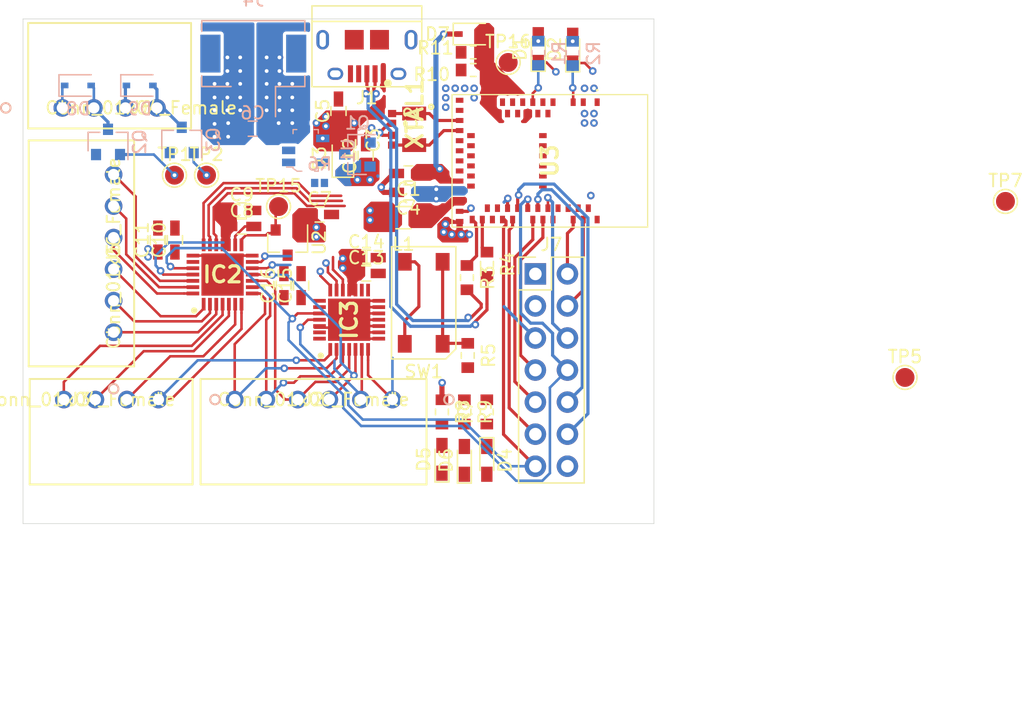
<source format=kicad_pcb>
(kicad_pcb (version 20171130) (host pcbnew "(5.1.2)-1")
  (layers (0 F.Cu signal) (1 In1.Cu power hide) (2 In2.Cu power hide) (31 B.Cu signal) (34 B.Paste user) (35 F.Paste user hide) (36 B.SilkS user) (37 F.SilkS user) (38 B.Mask user) (39 F.Mask user) (44 Edge.Cuts user))
  (net 0 "")
  (net 1 +3V3)
  (net 2 GND)
  (net 3 "Net-(C2-Pad1)")
  (net 4 "Net-(C3-Pad1)")
  (net 5 VDD)
  (net 6 VBUS)
  (net 7 +BATT)
  (net 8 /AREF)
  (net 9 "Net-(D1-Pad2)")
  (net 10 "Net-(D2-Pad2)")
  (net 11 "Net-(D4-Pad1)")
  (net 12 "Net-(D5-Pad2)")
  (net 13 "Net-(D6-Pad2)")
  (net 14 /VBATT_OUT)
  (net 15 /Sensors/A2)
  (net 16 /Sensors/A1)
  (net 17 /Sensors/A0)
  (net 18 /~EOC0)
  (net 19 /MISO)
  (net 20 /MOSI)
  (net 21 /~CS0)
  (net 22 /SCK)
  (net 23 /Sensors/A7)
  (net 24 /Sensors/A6)
  (net 25 /Sensors/A5)
  (net 26 /Sensors/A4)
  (net 27 /Sensors/A3)
  (net 28 /~CS1)
  (net 29 /~EOC1)
  (net 30 "Net-(J1-Pad4)")
  (net 31 /Sensors/A8)
  (net 32 /Sensors/A9)
  (net 33 /Sensors/A10)
  (net 34 /Sensors/A11)
  (net 35 /Sensors/A12)
  (net 36 /Sensors/A13)
  (net 37 /Sensors/A14)
  (net 38 /Sensors/A15)
  (net 39 /H0)
  (net 40 /H1)
  (net 41 /LED0)
  (net 42 /LED1)
  (net 43 "Net-(R5-Pad1)")
  (net 44 "Net-(R7-Pad2)")
  (net 45 "Net-(R6-Pad1)")
  (net 46 "Net-(U3-Pad4)")
  (net 47 "Net-(U3-Pad5)")
  (net 48 "Net-(U3-Pad6)")
  (net 49 "Net-(U3-Pad7)")
  (net 50 "Net-(U3-Pad16)")
  (net 51 "Net-(U3-Pad19)")
  (net 52 "Net-(U3-Pad22)")
  (net 53 "Net-(U3-Pad23)")
  (net 54 "Net-(U3-Pad24)")
  (net 55 "Net-(U3-Pad25)")
  (net 56 "Net-(U3-Pad26)")
  (net 57 "Net-(U3-Pad27)")
  (net 58 "Net-(U3-Pad29)")
  (net 59 "Net-(L1-Pad1)")
  (net 60 "Net-(U3-Pad36)")
  (net 61 "Net-(U3-Pad37)")
  (net 62 "Net-(U3-Pad38)")
  (net 63 "Net-(U3-Pad48)")
  (net 64 "Net-(U3-Pad49)")
  (net 65 "Net-(U3-Pad50)")
  (net 66 "Net-(U3-Pad56)")
  (net 67 "Net-(U3-Pad57)")
  (net 68 "Net-(U3-Pad58)")
  (net 69 "Net-(U3-Pad59)")
  (net 70 "Net-(U3-Pad60)")
  (net 71 "Net-(U3-Pad61)")
  (net 72 /Sensors/HapticN_0)
  (net 73 /Sensors/HapticN_1)
  (net 74 "Net-(U3-Pad21)")
  (net 75 "Net-(U3-Pad20)")
  (net 76 "Net-(U3-Pad14)")
  (net 77 "Net-(U3-Pad13)")
  (net 78 "Net-(U3-Pad12)")
  (net 79 "Net-(U3-Pad11)")
  (net 80 "Net-(U3-Pad10)")
  (net 81 /SWDIO)
  (net 82 /NFC1)
  (net 83 /SWDCLK)
  (net 84 /NFC2)
  (net 85 /RST)
  (net 86 /SWO)
  (net 87 /D+)
  (net 88 /D-)
  (net 89 /nRF_D-)
  (net 90 /nRF_D+)
  (module Resistor_SMD:R_0603_1608Metric_Pad0.84x1.00mm_HandSolder (layer F.Cu) (at 55.1815 175.504 270)
    (fp_text reference R3 (at 0 -1.65 90) (layer F.SilkS))
    (fp_text value 27)
    (pad 2 smd rect (at 0.9625 0 270) (size 0.845 1) (layers F.Cu F.Paste F.Mask) (net 88 /D-))
    (pad 1 smd rect (at -0.9625 0 270) (size 0.845 1) (layers F.Cu F.Paste F.Mask) (net 89 /nRF_D-))
  )
  (module Glove-PCB:22-05-7065 (layer F.Cu) (at 27.178 179.832 90)
    (fp_text reference J5 (at 6.25 0 90) (layer F.SilkS))
    (fp_text value Conn_01x06_Female (at 6.25 0 90) (layer F.SilkS))
    (fp_text user * (at 0 0 90) (layer F.SilkS))
    (pad 6 thru_hole circle (at 12.5 0 90) (size 1.397 1.397) (drill 0.889) (layers *.Cu *.Mask) (net 38 /Sensors/A15))
    (pad 5 thru_hole circle (at 10 0 90) (size 1.397 1.397) (drill 0.889) (layers *.Cu *.Mask) (net 37 /Sensors/A14))
    (pad 4 thru_hole circle (at 7.5 0 90) (size 1.397 1.397) (drill 0.889) (layers *.Cu *.Mask) (net 36 /Sensors/A13))
    (pad 3 thru_hole circle (at 5 0 90) (size 1.397 1.397) (drill 0.889) (layers *.Cu *.Mask) (net 35 /Sensors/A12))
    (pad 2 thru_hole circle (at 2.5 0 90) (size 1.397 1.397) (drill 0.889) (layers *.Cu *.Mask) (net 34 /Sensors/A11))
    (pad 1 thru_hole circle (at 0 0 90) (size 1.397 1.397) (drill 0.889) (layers *.Cu *.Mask) (net 33 /Sensors/A10))
  )
  (module Glove-PCB:22-05-7065 (layer F.Cu) (at 49.276 185.166 180)
    (fp_text reference J2 (at 6.25 0) (layer F.SilkS))
    (fp_text value Conn_01x06_Female (at 6.25 0) (layer F.SilkS))
    (fp_text user * (at 0 0) (layer F.SilkS))
    (pad 6 thru_hole circle (at 12.5 0 180) (size 1.397 1.397) (drill 0.889) (layers *.Cu *.Mask) (net 25 /Sensors/A5))
    (pad 5 thru_hole circle (at 10 0 180) (size 1.397 1.397) (drill 0.889) (layers *.Cu *.Mask) (net 26 /Sensors/A4))
    (pad 4 thru_hole circle (at 7.5 0 180) (size 1.397 1.397) (drill 0.889) (layers *.Cu *.Mask) (net 27 /Sensors/A3))
    (pad 3 thru_hole circle (at 5 0 180) (size 1.397 1.397) (drill 0.889) (layers *.Cu *.Mask) (net 15 /Sensors/A2))
    (pad 2 thru_hole circle (at 2.5 0 180) (size 1.397 1.397) (drill 0.889) (layers *.Cu *.Mask) (net 16 /Sensors/A1))
    (pad 1 thru_hole circle (at 0 0 180) (size 1.397 1.397) (drill 0.889) (layers *.Cu *.Mask) (net 17 /Sensors/A0))
  )
  (module SamacSys_Parts:QFN50P500X500X80-29N (layer F.Cu) (at 35.814 175.26 90)
    (fp_text reference IC2 (at 0 0 180) (layer F.SilkS) (effects (font (size 1.27 1.27) (thickness 0.254))))
    (fp_text value MAX11128ATI+ hide)
    (pad 1 smd rect (at -2.35 -1.5 180) (size 0.3 1) (layers F.Cu F.Paste F.Mask) (net 35 /Sensors/A12))
    (pad 2 smd rect (at -2.35 -1 180) (size 0.3 1) (layers F.Cu F.Paste F.Mask) (net 34 /Sensors/A11))
    (pad 3 smd rect (at -2.35 -0.5 180) (size 0.3 1) (layers F.Cu F.Paste F.Mask) (net 33 /Sensors/A10))
    (pad 4 smd rect (at -2.35 0 180) (size 0.3 1) (layers F.Cu F.Paste F.Mask) (net 32 /Sensors/A9))
    (pad 5 smd rect (at -2.35 0.5 180) (size 0.3 1) (layers F.Cu F.Paste F.Mask) (net 31 /Sensors/A8))
    (pad 6 smd rect (at -2.35 1 180) (size 0.3 1) (layers F.Cu F.Paste F.Mask) (net 23 /Sensors/A7))
    (pad 7 smd rect (at -2.35 1.5 180) (size 0.3 1) (layers F.Cu F.Paste F.Mask) (net 24 /Sensors/A6))
    (pad 8 smd rect (at -1.5 2.35 90) (size 0.3 1) (layers F.Cu F.Paste F.Mask) (net 25 /Sensors/A5))
    (pad 9 smd rect (at -1 2.35 90) (size 0.3 1) (layers F.Cu F.Paste F.Mask) (net 26 /Sensors/A4))
    (pad 10 smd rect (at -0.5 2.35 90) (size 0.3 1) (layers F.Cu F.Paste F.Mask) (net 27 /Sensors/A3))
    (pad 11 smd rect (at 0 2.35 90) (size 0.3 1) (layers F.Cu F.Paste F.Mask) (net 15 /Sensors/A2))
    (pad 12 smd rect (at 0.5 2.35 90) (size 0.3 1) (layers F.Cu F.Paste F.Mask) (net 16 /Sensors/A1))
    (pad 13 smd rect (at 1 2.35 90) (size 0.3 1) (layers F.Cu F.Paste F.Mask) (net 17 /Sensors/A0))
    (pad 14 smd rect (at 1.5 2.35 90) (size 0.3 1) (layers F.Cu F.Paste F.Mask) (net 2 GND))
    (pad 15 smd rect (at 2.35 1.5 180) (size 0.3 1) (layers F.Cu F.Paste F.Mask) (net 8 /AREF))
    (pad 16 smd rect (at 2.35 1 180) (size 0.3 1) (layers F.Cu F.Paste F.Mask) (net 2 GND))
    (pad 17 smd rect (at 2.35 0.5 180) (size 0.3 1) (layers F.Cu F.Paste F.Mask) (net 1 +3V3))
    (pad 18 smd rect (at 2.35 0 180) (size 0.3 1) (layers F.Cu F.Paste F.Mask) (net 1 +3V3))
    (pad 19 smd rect (at 2.35 -0.5 180) (size 0.3 1) (layers F.Cu F.Paste F.Mask) (net 22 /SCK))
    (pad 20 smd rect (at 2.35 -1 180) (size 0.3 1) (layers F.Cu F.Paste F.Mask) (net 21 /~CS0))
    (pad 21 smd rect (at 2.35 -1.5 180) (size 0.3 1) (layers F.Cu F.Paste F.Mask) (net 20 /MOSI))
    (pad 22 smd rect (at 1.5 -2.35 90) (size 0.3 1) (layers F.Cu F.Paste F.Mask) (net 2 GND))
    (pad 23 smd rect (at 1 -2.35 90) (size 0.3 1) (layers F.Cu F.Paste F.Mask) (net 1 +3V3))
    (pad 24 smd rect (at 0.5 -2.35 90) (size 0.3 1) (layers F.Cu F.Paste F.Mask) (net 19 /MISO))
    (pad 25 smd rect (at 0 -2.35 90) (size 0.3 1) (layers F.Cu F.Paste F.Mask) (net 18 /~EOC0))
    (pad 26 smd rect (at -0.5 -2.35 90) (size 0.3 1) (layers F.Cu F.Paste F.Mask) (net 38 /Sensors/A15))
    (pad 27 smd rect (at -1 -2.35 90) (size 0.3 1) (layers F.Cu F.Paste F.Mask) (net 37 /Sensors/A14))
    (pad 28 smd rect (at -1.5 -2.35 90) (size 0.3 1) (layers F.Cu F.Paste F.Mask) (net 36 /Sensors/A13))
    (pad 29 smd rect (at 0 0 90) (size 3.35 3.35) (layers F.Cu F.Paste F.Mask) (net 2 GND))
  )
  (module Glove-PCB:Button (layer F.Cu) (at 51.754 177.5 90)
    (fp_text reference SW1 (at -5.45 0) (layer F.SilkS))
    (fp_text value TS-1109S-B-B)
    (pad 1 smd rect (at -3.25 -1.5 90) (size 1.4 1.1) (layers F.Cu F.Paste F.Mask) (net 85 /RST))
    (pad 3 smd rect (at -3.25 1.5 90) (size 1.4 1.1) (layers F.Cu F.Paste F.Mask) (net 43 "Net-(R5-Pad1)"))
    (pad 2 smd rect (at 3.25 -1.5 90) (size 1.4 1.1) (layers F.Cu F.Paste F.Mask) (net 85 /RST))
    (pad 4 smd rect (at 3.25 1.5 90) (size 1.4 1.1) (layers F.Cu F.Paste F.Mask) (net 43 "Net-(R5-Pad1)"))
  )
  (module Capacitors_SMD:C_0603_HandSoldering (layer F.Cu) (at 47.2012 173.922)
    (fp_text reference C14 (at 0 -1.25) (layer F.SilkS))
    (fp_text value 10u)
    (pad 1 smd rect (at -0.95 0) (size 1.2 0.75) (layers F.Cu F.Paste F.Mask) (net 1 +3V3))
    (pad 2 smd rect (at 0.95 0) (size 1.2 0.75) (layers F.Cu F.Paste F.Mask) (net 2 GND))
  )
  (module Capacitors_SMD:C_0603_HandSoldering (layer F.Cu) (at 40.675 176.137 90)
    (fp_text reference C16 (at 0 -1.25 90) (layer F.SilkS))
    (fp_text value 10u)
    (pad 1 smd rect (at -0.95 0 90) (size 1.2 0.75) (layers F.Cu F.Paste F.Mask) (net 1 +3V3))
    (pad 2 smd rect (at 0.95 0 90) (size 1.2 0.75) (layers F.Cu F.Paste F.Mask) (net 2 GND))
  )
  (module Capacitors_SMD:C_0603_HandSoldering (layer F.Cu) (at 47.2012 175.172)
    (fp_text reference C13 (at 0 -1.25 180) (layer F.SilkS))
    (fp_text value 0.1u)
    (pad 2 smd rect (at 0.95 0) (size 1.2 0.75) (layers F.Cu F.Paste F.Mask) (net 2 GND))
    (pad 1 smd rect (at -0.95 0) (size 1.2 0.75) (layers F.Cu F.Paste F.Mask) (net 1 +3V3))
  )
  (module Capacitors_SMD:C_0603_HandSoldering (layer F.Cu) (at 42.037 176.137 90)
    (fp_text reference C15 (at 0 -1.25 270) (layer F.SilkS))
    (fp_text value 0.1u)
    (pad 1 smd rect (at -0.95 0 90) (size 1.2 0.75) (layers F.Cu F.Paste F.Mask) (net 1 +3V3))
    (pad 2 smd rect (at 0.95 0 90) (size 1.2 0.75) (layers F.Cu F.Paste F.Mask) (net 2 GND))
  )
  (module Capacitors_SMD:C_0603_HandSoldering (layer F.Cu) (at 47.15 165.85 90)
    (fp_text reference C12 (at 0 -1.25 90) (layer F.SilkS))
    (fp_text value 10uF)
    (pad 1 smd rect (at -0.95 0 90) (size 1.2 0.75) (layers F.Cu F.Paste F.Mask) (net 5 VDD))
    (pad 2 smd rect (at 0.95 0 90) (size 1.2 0.75) (layers F.Cu F.Paste F.Mask) (net 2 GND))
  )
  (module Glove-PCB:22-05-7045 (layer F.Cu) (at 23.114 162.052)
    (fp_text reference J6 (at 6.25 0) (layer F.SilkS))
    (fp_text value Conn_01x04_Female (at 6.25 0) (layer F.SilkS))
    (fp_text user * (at 0 0) (layer F.SilkS))
    (pad 1 thru_hole circle (at 0 0) (size 1.397 1.397) (drill 0.889) (layers *.Cu *.Mask) (net 1 +3V3))
    (pad 2 thru_hole circle (at 2.5 0) (size 1.397 1.397) (drill 0.889) (layers *.Cu *.Mask) (net 72 /Sensors/HapticN_0))
    (pad 3 thru_hole circle (at 5 0) (size 1.397 1.397) (drill 0.889) (layers *.Cu *.Mask) (net 1 +3V3))
    (pad 4 thru_hole circle (at 7.5 0) (size 1.397 1.397) (drill 0.889) (layers *.Cu *.Mask) (net 73 /Sensors/HapticN_1))
  )
  (module Glove-PCB:22-05-7045 (layer F.Cu) (at 30.734 185.166 180)
    (fp_text reference J3 (at 6.25 0) (layer F.SilkS))
    (fp_text value Conn_01x04_Female (at 6.25 0) (layer F.SilkS))
    (fp_text user * (at 0 0) (layer F.SilkS))
    (pad 4 thru_hole circle (at 7.5 0 180) (size 1.397 1.397) (drill 0.889) (layers *.Cu *.Mask) (net 32 /Sensors/A9))
    (pad 3 thru_hole circle (at 5 0 180) (size 1.397 1.397) (drill 0.889) (layers *.Cu *.Mask) (net 31 /Sensors/A8))
    (pad 2 thru_hole circle (at 2.5 0 180) (size 1.397 1.397) (drill 0.889) (layers *.Cu *.Mask) (net 23 /Sensors/A7))
    (pad 1 thru_hole circle (at 0 0 180) (size 1.397 1.397) (drill 0.889) (layers *.Cu *.Mask) (net 24 /Sensors/A6))
  )
  (module SamacSys_Parts:113990582 (layer F.Cu) (at 61.75 166.25 270)
    (fp_text reference U3 (at 0 0 90) (layer F.SilkS) (effects (font (size 1.27 1.27) (thickness 0.254))))
    (fp_text value 113990582 hide)
    (pad 61 smd rect (at 2 0.55 270) (size 0.4 0.6) (layers F.Cu F.Paste F.Mask) (net 71 "Net-(U3-Pad61)"))
    (pad 60 smd rect (at 1.2 0.55 270) (size 0.4 0.6) (layers F.Cu F.Paste F.Mask) (net 70 "Net-(U3-Pad60)"))
    (pad 59 smd rect (at 0.4 0.55 270) (size 0.4 0.6) (layers F.Cu F.Paste F.Mask) (net 69 "Net-(U3-Pad59)"))
    (pad 58 smd rect (at -0.4 0.55 270) (size 0.4 0.6) (layers F.Cu F.Paste F.Mask) (net 68 "Net-(U3-Pad58)"))
    (pad 57 smd rect (at -1.2 0.55 270) (size 0.4 0.6) (layers F.Cu F.Paste F.Mask) (net 67 "Net-(U3-Pad57)"))
    (pad 56 smd rect (at -2 0.55 270) (size 0.4 0.6) (layers F.Cu F.Paste F.Mask) (net 66 "Net-(U3-Pad56)"))
    (pad 55 smd rect (at 4.65 -3.75) (size 0.4 0.6) (layers F.Cu F.Paste F.Mask) (net 2 GND))
    (pad 54 smd rect (at 3.75 -3.05) (size 0.4 0.6) (layers F.Cu F.Paste F.Mask) (net 84 /NFC2))
    (pad 53 smd rect (at 4.65 -2.65) (size 0.4 0.6) (layers F.Cu F.Paste F.Mask) (net 83 /SWDCLK))
    (pad 52 smd rect (at 3.75 -2.25) (size 0.4 0.6) (layers F.Cu F.Paste F.Mask) (net 82 /NFC1))
    (pad 51 smd rect (at 4.65 -1.85) (size 0.4 0.6) (layers F.Cu F.Paste F.Mask) (net 81 /SWDIO))
    (pad 50 smd rect (at 3.75 -1.45) (size 0.4 0.6) (layers F.Cu F.Paste F.Mask) (net 65 "Net-(U3-Pad50)"))
    (pad 49 smd rect (at 3.75 -0.65) (size 0.4 0.6) (layers F.Cu F.Paste F.Mask) (net 64 "Net-(U3-Pad49)"))
    (pad 48 smd rect (at 4.65 -0.25) (size 0.4 0.6) (layers F.Cu F.Paste F.Mask) (net 63 "Net-(U3-Pad48)"))
    (pad 47 smd rect (at 3.75 0.15) (size 0.4 0.6) (layers F.Cu F.Paste F.Mask) (net 86 /SWO))
    (pad 46 smd rect (at 4.65 0.55) (size 0.4 0.6) (layers F.Cu F.Paste F.Mask) (net 21 /~CS0))
    (pad 45 smd rect (at 3.75 0.95) (size 0.4 0.6) (layers F.Cu F.Paste F.Mask) (net 20 /MOSI))
    (pad 44 smd rect (at 4.65 1.35) (size 0.4 0.6) (layers F.Cu F.Paste F.Mask) (net 28 /~CS1))
    (pad 43 smd rect (at 3.75 1.75) (size 0.4 0.6) (layers F.Cu F.Paste F.Mask) (net 19 /MISO))
    (pad 42 smd rect (at 3.75 2.55) (size 0.4 0.6) (layers F.Cu F.Paste F.Mask) (net 22 /SCK))
    (pad 41 smd rect (at 4.65 2.95) (size 0.4 0.6) (layers F.Cu F.Paste F.Mask) (net 18 /~EOC0))
    (pad 40 smd rect (at 3.75 3.35) (size 0.4 0.6) (layers F.Cu F.Paste F.Mask) (net 85 /RST))
    (pad 39 smd rect (at 4.65 3.75) (size 0.4 0.6) (layers F.Cu F.Paste F.Mask) (net 29 /~EOC1))
    (pad 38 smd rect (at 3.75 4.15) (size 0.4 0.6) (layers F.Cu F.Paste F.Mask) (net 62 "Net-(U3-Pad38)"))
    (pad 37 smd rect (at 4.65 4.55) (size 0.4 0.6) (layers F.Cu F.Paste F.Mask) (net 61 "Net-(U3-Pad37)"))
    (pad 36 smd rect (at 3.75 4.95) (size 0.4 0.6) (layers F.Cu F.Paste F.Mask) (net 60 "Net-(U3-Pad36)"))
    (pad 35 smd rect (at 4.65 5.35) (size 0.4 0.6) (layers F.Cu F.Paste F.Mask) (net 90 /nRF_D+))
    (pad 34 smd rect (at 4.65 6.15) (size 0.4 0.6) (layers F.Cu F.Paste F.Mask) (net 89 /nRF_D-))
    (pad 33 smd rect (at 4.8 7.15 270) (size 0.4 0.6) (layers F.Cu F.Paste F.Mask) (net 2 GND))
    (pad 32 smd rect (at 4 7.15 270) (size 0.4 0.6) (layers F.Cu F.Paste F.Mask) (net 6 VBUS))
    (pad 31 smd rect (at 3.2 7.15 270) (size 0.4 0.6) (layers F.Cu F.Paste F.Mask) (net 59 "Net-(L1-Pad1)"))
    (pad 30 smd rect (at 2.4 7.15 270) (size 0.4 0.6) (layers F.Cu F.Paste F.Mask) (net 5 VDD))
    (pad 29 smd rect (at 2 6.25 270) (size 0.4 0.6) (layers F.Cu F.Paste F.Mask) (net 58 "Net-(U3-Pad29)"))
    (pad 28 smd rect (at 1.6 7.15 270) (size 0.4 0.6) (layers F.Cu F.Paste F.Mask) (net 1 +3V3))
    (pad 27 smd rect (at 1.2 6.25 270) (size 0.4 0.6) (layers F.Cu F.Paste F.Mask) (net 57 "Net-(U3-Pad27)"))
    (pad 26 smd rect (at 0.8 7.15 270) (size 0.4 0.6) (layers F.Cu F.Paste F.Mask) (net 56 "Net-(U3-Pad26)"))
    (pad 25 smd rect (at 0.4 6.25 270) (size 0.4 0.6) (layers F.Cu F.Paste F.Mask) (net 55 "Net-(U3-Pad25)"))
    (pad 24 smd rect (at 0 7.15 270) (size 0.4 0.6) (layers F.Cu F.Paste F.Mask) (net 54 "Net-(U3-Pad24)"))
    (pad 23 smd rect (at -0.4 6.25 270) (size 0.4 0.6) (layers F.Cu F.Paste F.Mask) (net 53 "Net-(U3-Pad23)"))
    (pad 22 smd rect (at -0.8 7.15 270) (size 0.4 0.6) (layers F.Cu F.Paste F.Mask) (net 52 "Net-(U3-Pad22)"))
    (pad 21 smd rect (at -1.2 6.25 270) (size 0.4 0.6) (layers F.Cu F.Paste F.Mask) (net 74 "Net-(U3-Pad21)"))
    (pad 20 smd rect (at -1.6 7.15 270) (size 0.4 0.6) (layers F.Cu F.Paste F.Mask) (net 75 "Net-(U3-Pad20)"))
    (pad 19 smd rect (at -2 6.25 270) (size 0.4 0.6) (layers F.Cu F.Paste F.Mask) (net 51 "Net-(U3-Pad19)"))
    (pad 18 smd rect (at -2.4 7.15 270) (size 0.4 0.6) (layers F.Cu F.Paste F.Mask) (net 4 "Net-(C3-Pad1)"))
    (pad 17 smd rect (at -3.2 7.15 270) (size 0.4 0.6) (layers F.Cu F.Paste F.Mask) (net 3 "Net-(C2-Pad1)"))
    (pad 16 smd rect (at -4 7.15 270) (size 0.4 0.6) (layers F.Cu F.Paste F.Mask) (net 50 "Net-(U3-Pad16)"))
    (pad 15 smd rect (at -4.8 7.15 270) (size 0.4 0.6) (layers F.Cu F.Paste F.Mask) (net 2 GND))
    (pad 14 smd rect (at -4.65 3.75) (size 0.4 0.6) (layers F.Cu F.Paste F.Mask) (net 76 "Net-(U3-Pad14)"))
    (pad 13 smd rect (at -3.75 3.35) (size 0.4 0.6) (layers F.Cu F.Paste F.Mask) (net 77 "Net-(U3-Pad13)"))
    (pad 12 smd rect (at -4.65 2.95) (size 0.4 0.6) (layers F.Cu F.Paste F.Mask) (net 78 "Net-(U3-Pad12)"))
    (pad 11 smd rect (at -3.75 2.55) (size 0.4 0.6) (layers F.Cu F.Paste F.Mask) (net 79 "Net-(U3-Pad11)"))
    (pad 10 smd rect (at -4.65 2.15) (size 0.4 0.6) (layers F.Cu F.Paste F.Mask) (net 80 "Net-(U3-Pad10)"))
    (pad 9 smd rect (at -3.75 1.75) (size 0.4 0.6) (layers F.Cu F.Paste F.Mask) (net 14 /VBATT_OUT))
    (pad 8 smd rect (at -4.65 1.35) (size 0.4 0.6) (layers F.Cu F.Paste F.Mask) (net 41 /LED0))
    (pad 7 smd rect (at -3.75 0.95) (size 0.4 0.6) (layers F.Cu F.Paste F.Mask) (net 49 "Net-(U3-Pad7)"))
    (pad 6 smd rect (at -4.65 0.55) (size 0.4 0.6) (layers F.Cu F.Paste F.Mask) (net 48 "Net-(U3-Pad6)"))
    (pad 5 smd rect (at -3.75 0.15) (size 0.4 0.6) (layers F.Cu F.Paste F.Mask) (net 47 "Net-(U3-Pad5)"))
    (pad 4 smd rect (at -4.65 -0.25) (size 0.4 0.6) (layers F.Cu F.Paste F.Mask) (net 46 "Net-(U3-Pad4)"))
    (pad 3 smd rect (at -4.65 -1.85) (size 0.4 0.6) (layers F.Cu F.Paste F.Mask) (net 42 /LED1))
    (pad 2 smd rect (at -4.65 -2.65) (size 0.4 0.6) (layers F.Cu F.Paste F.Mask) (net 2 GND))
    (pad 1 smd rect (at -4.65 -3.75) (size 0.4 0.6) (layers F.Cu F.Paste F.Mask) (net 2 GND))
  )
  (module Diode_SMD:D_SOD-323 (layer F.Cu) (at 55.5945 156.2)
    (fp_text reference D7 (at -2.75 0) (layer F.SilkS))
    (fp_text value 1N5819WS)
    (pad 2 smd rect (at 1.05 0) (size 0.6 0.45) (layers F.Cu F.Paste F.Mask) (net 14 /VBATT_OUT))
    (pad 1 smd rect (at -1.05 0) (size 0.6 0.45) (layers F.Cu F.Paste F.Mask) (net 1 +3V3))
  )
  (module Diode_SMD:D_SOD-323 (layer F.Cu) (at 45.35 166.05 90)
    (fp_text reference D3 (at 0 -1.85 90) (layer F.SilkS))
    (fp_text value 1N5819WS)
    (pad 2 smd rect (at 1.05 0 90) (size 0.6 0.45) (layers F.Cu F.Paste F.Mask) (net 6 VBUS))
    (pad 1 smd rect (at -1.05 0 90) (size 0.6 0.45) (layers F.Cu F.Paste F.Mask) (net 5 VDD))
  )
  (module Capacitors_SMD:C_0603_HandSoldering (layer F.Cu) (at 50.55 167.25 180)
    (fp_text reference C1 (at 0 -1.25) (layer F.SilkS))
    (fp_text value 10uF)
    (pad 1 smd rect (at -0.95 0 180) (size 1.2 0.75) (layers F.Cu F.Paste F.Mask) (net 1 +3V3))
    (pad 2 smd rect (at 0.95 0 180) (size 1.2 0.75) (layers F.Cu F.Paste F.Mask) (net 2 GND))
  )
  (module Capacitor_SMD:C_0402_1005Metric (layer F.Cu) (at 49.25 162.8875 270)
    (fp_text reference C2 (at 0 -1.5 90) (layer F.SilkS))
    (fp_text value 18pF)
    (pad 2 smd rect (at 0.3875 0 270) (size 0.575 0.65) (layers F.Cu F.Paste F.Mask) (net 2 GND))
    (pad 1 smd rect (at -0.3875 0 270) (size 0.575 0.65) (layers F.Cu F.Paste F.Mask) (net 3 "Net-(C2-Pad1)"))
  )
  (module Capacitor_SMD:C_0402_1005Metric (layer F.Cu) (at 49.25 164.6125 90)
    (fp_text reference C3 (at 0 -1.5 90) (layer F.SilkS))
    (fp_text value 18pF)
    (pad 2 smd rect (at 0.3875 0 90) (size 0.575 0.65) (layers F.Cu F.Paste F.Mask) (net 2 GND))
    (pad 1 smd rect (at -0.3875 0 90) (size 0.575 0.65) (layers F.Cu F.Paste F.Mask) (net 4 "Net-(C3-Pad1)"))
  )
  (module Capacitors_SMD:C_0603_HandSoldering (layer F.Cu) (at 50.55 168.75 180)
    (fp_text reference C4 (at 0 -1.25) (layer F.SilkS))
    (fp_text value 10uF)
    (pad 2 smd rect (at 0.95 0 180) (size 1.2 0.75) (layers F.Cu F.Paste F.Mask) (net 2 GND))
    (pad 1 smd rect (at -0.95 0 180) (size 1.2 0.75) (layers F.Cu F.Paste F.Mask) (net 5 VDD))
  )
  (module Capacitors_SMD:C_0603_HandSoldering (layer F.Cu) (at 45 162.3 90)
    (fp_text reference C5 (at 0 -1.25 90) (layer F.SilkS))
    (fp_text value 4.7uF)
    (pad 1 smd rect (at -0.95 0 90) (size 1.2 0.75) (layers F.Cu F.Paste F.Mask) (net 6 VBUS))
    (pad 2 smd rect (at 0.95 0 90) (size 1.2 0.75) (layers F.Cu F.Paste F.Mask) (net 2 GND))
  )
  (module Capacitors_SMD:C_0603_HandSoldering (layer B.Cu) (at 38.2 163.7 180)
    (fp_text reference C6 (at 0 1.25) (layer B.SilkS) (effects (justify mirror)))
    (fp_text value 4.7uF)
    (pad 1 smd rect (at -0.95 0 180) (size 1.2 0.75) (layers B.Cu B.Paste B.Mask) (net 7 +BATT))
    (pad 2 smd rect (at 0.95 0 180) (size 1.2 0.75) (layers B.Cu B.Paste B.Mask) (net 2 GND))
  )
  (module Capacitors_SMD:C_0603_HandSoldering (layer F.Cu) (at 43.5 170.5)
    (fp_text reference C7 (at 0 -1.25) (layer F.SilkS))
    (fp_text value 0.47u)
    (pad 2 smd rect (at 0.95 0) (size 1.2 0.75) (layers F.Cu F.Paste F.Mask) (net 2 GND))
    (pad 1 smd rect (at -0.95 0) (size 1.2 0.75) (layers F.Cu F.Paste F.Mask) (net 1 +3V3))
  )
  (module Capacitors_SMD:C_0603_HandSoldering (layer F.Cu) (at 37.338 171.45)
    (fp_text reference C8 (at 0 -1.25) (layer F.SilkS))
    (fp_text value 0.1u)
    (pad 1 smd rect (at -0.95 0) (size 1.2 0.75) (layers F.Cu F.Paste F.Mask) (net 1 +3V3))
    (pad 2 smd rect (at 0.95 0) (size 1.2 0.75) (layers F.Cu F.Paste F.Mask) (net 2 GND))
  )
  (module Capacitors_SMD:C_0603_HandSoldering (layer F.Cu) (at 37.338 170.18)
    (fp_text reference C9 (at 0 -1.25) (layer F.SilkS))
    (fp_text value 10u)
    (pad 1 smd rect (at -0.95 0) (size 1.2 0.75) (layers F.Cu F.Paste F.Mask) (net 1 +3V3))
    (pad 2 smd rect (at 0.95 0) (size 1.2 0.75) (layers F.Cu F.Paste F.Mask) (net 2 GND))
  )
  (module Capacitors_SMD:C_0603_HandSoldering (layer F.Cu) (at 32.038 172.527 90)
    (fp_text reference C10 (at 0 -1.25 90) (layer F.SilkS))
    (fp_text value 0.1u)
    (pad 2 smd rect (at 0.95 0 90) (size 1.2 0.75) (layers F.Cu F.Paste F.Mask) (net 2 GND))
    (pad 1 smd rect (at -0.95 0 90) (size 1.2 0.75) (layers F.Cu F.Paste F.Mask) (net 1 +3V3))
  )
  (module Capacitors_SMD:C_0603_HandSoldering (layer F.Cu) (at 30.688 172.527 90)
    (fp_text reference C11 (at 0 -1.25 90) (layer F.SilkS))
    (fp_text value 10u)
    (pad 2 smd rect (at 0.95 0 90) (size 1.2 0.75) (layers F.Cu F.Paste F.Mask) (net 2 GND))
    (pad 1 smd rect (at -0.95 0 90) (size 1.2 0.75) (layers F.Cu F.Paste F.Mask) (net 1 +3V3))
  )
  (module LEDs:LED_0603_HandSoldering (layer F.Cu) (at 60.833 157.35 90)
    (fp_text reference D1 (at 0 -1.45 90) (layer F.SilkS))
    (fp_text value "19-213/Y2C-CQ2R2L/3T(CY)")
    (pad 1 smd rect (at -1.1 0 90) (size 1.2 0.9) (layers F.Cu F.Paste F.Mask) (net 2 GND))
    (pad 2 smd rect (at 1.1 0 90) (size 1.2 0.9) (layers F.Cu F.Paste F.Mask) (net 9 "Net-(D1-Pad2)"))
  )
  (module LEDs:LED_0603_HandSoldering (layer F.Cu) (at 63.5635 157.396 90)
    (fp_text reference D2 (at 0 -1.45 90) (layer F.SilkS))
    (fp_text value "19-213/Y2C-CQ2R2L/3T(CY)")
    (pad 1 smd rect (at -1.1 0 90) (size 1.2 0.9) (layers F.Cu F.Paste F.Mask) (net 2 GND))
    (pad 2 smd rect (at 1.1 0 90) (size 1.2 0.9) (layers F.Cu F.Paste F.Mask) (net 10 "Net-(D2-Pad2)"))
  )
  (module LEDs:LED_0603_HandSoldering (layer F.Cu) (at 56.7563 189.9871 270)
    (fp_text reference D4 (at 0 -1.45 90) (layer F.SilkS))
    (fp_text value 19-213/Y2C-CQ2R2L/3T)
    (pad 1 smd rect (at -1.1 0 270) (size 1.2 0.9) (layers F.Cu F.Paste F.Mask) (net 11 "Net-(D4-Pad1)"))
    (pad 2 smd rect (at 1.1 0 270) (size 1.2 0.9) (layers F.Cu F.Paste F.Mask) (net 6 VBUS))
  )
  (module LEDs:LED_0603_HandSoldering (layer F.Cu) (at 53.2003 189.9031 90)
    (fp_text reference D5 (at 0 -1.45 90) (layer F.SilkS))
    (fp_text value 19-213/Y2C-CQ2R2L/3T)
    (pad 1 smd rect (at -1.1 0 90) (size 1.2 0.9) (layers F.Cu F.Paste F.Mask) (net 2 GND))
    (pad 2 smd rect (at 1.1 0 90) (size 1.2 0.9) (layers F.Cu F.Paste F.Mask) (net 12 "Net-(D5-Pad2)"))
  )
  (module LEDs:LED_0603_HandSoldering (layer F.Cu) (at 54.9783 189.9871 90)
    (fp_text reference D6 (at 0 -1.45 90) (layer F.SilkS))
    (fp_text value 19-213/Y2C-CQ2R2L/3T)
    (pad 1 smd rect (at -1.1 0 90) (size 1.2 0.9) (layers F.Cu F.Paste F.Mask) (net 2 GND))
    (pad 2 smd rect (at 1.1 0 90) (size 1.2 0.9) (layers F.Cu F.Paste F.Mask) (net 13 "Net-(D6-Pad2)"))
  )
  (module SamacSys_Parts:QFN50P500X500X80-29N (layer F.Cu) (at 45.847 178.8414 90)
    (fp_text reference IC3 (at 0 0 90) (layer F.SilkS) (effects (font (size 1.27 1.27) (thickness 0.254))))
    (fp_text value MAX11128ATI+ hide)
    (pad 1 smd rect (at -2.35 -1.5 180) (size 0.3 1) (layers F.Cu F.Paste F.Mask) (net 24 /Sensors/A6))
    (pad 2 smd rect (at -2.35 -1 180) (size 0.3 1) (layers F.Cu F.Paste F.Mask) (net 25 /Sensors/A5))
    (pad 3 smd rect (at -2.35 -0.5 180) (size 0.3 1) (layers F.Cu F.Paste F.Mask) (net 26 /Sensors/A4))
    (pad 4 smd rect (at -2.35 0 180) (size 0.3 1) (layers F.Cu F.Paste F.Mask) (net 27 /Sensors/A3))
    (pad 5 smd rect (at -2.35 0.5 180) (size 0.3 1) (layers F.Cu F.Paste F.Mask) (net 15 /Sensors/A2))
    (pad 6 smd rect (at -2.35 1 180) (size 0.3 1) (layers F.Cu F.Paste F.Mask) (net 16 /Sensors/A1))
    (pad 7 smd rect (at -2.35 1.5 180) (size 0.3 1) (layers F.Cu F.Paste F.Mask) (net 17 /Sensors/A0))
    (pad 8 smd rect (at -1.5 2.35 90) (size 0.3 1) (layers F.Cu F.Paste F.Mask) (net 2 GND))
    (pad 9 smd rect (at -1 2.35 90) (size 0.3 1) (layers F.Cu F.Paste F.Mask) (net 2 GND))
    (pad 10 smd rect (at -0.5 2.35 90) (size 0.3 1) (layers F.Cu F.Paste F.Mask) (net 2 GND))
    (pad 11 smd rect (at 0 2.35 90) (size 0.3 1) (layers F.Cu F.Paste F.Mask) (net 2 GND))
    (pad 12 smd rect (at 0.5 2.35 90) (size 0.3 1) (layers F.Cu F.Paste F.Mask) (net 2 GND))
    (pad 13 smd rect (at 1 2.35 90) (size 0.3 1) (layers F.Cu F.Paste F.Mask) (net 2 GND))
    (pad 14 smd rect (at 1.5 2.35 90) (size 0.3 1) (layers F.Cu F.Paste F.Mask) (net 2 GND))
    (pad 15 smd rect (at 2.35 1.5 180) (size 0.3 1) (layers F.Cu F.Paste F.Mask) (net 8 /AREF))
    (pad 16 smd rect (at 2.35 1 180) (size 0.3 1) (layers F.Cu F.Paste F.Mask) (net 2 GND))
    (pad 17 smd rect (at 2.35 0.5 180) (size 0.3 1) (layers F.Cu F.Paste F.Mask) (net 1 +3V3))
    (pad 18 smd rect (at 2.35 0 180) (size 0.3 1) (layers F.Cu F.Paste F.Mask) (net 1 +3V3))
    (pad 19 smd rect (at 2.35 -0.5 180) (size 0.3 1) (layers F.Cu F.Paste F.Mask) (net 22 /SCK))
    (pad 20 smd rect (at 2.35 -1 180) (size 0.3 1) (layers F.Cu F.Paste F.Mask) (net 28 /~CS1))
    (pad 21 smd rect (at 2.35 -1.5 180) (size 0.3 1) (layers F.Cu F.Paste F.Mask) (net 20 /MOSI))
    (pad 22 smd rect (at 1.5 -2.35 90) (size 0.3 1) (layers F.Cu F.Paste F.Mask) (net 2 GND))
    (pad 23 smd rect (at 1 -2.35 90) (size 0.3 1) (layers F.Cu F.Paste F.Mask) (net 1 +3V3))
    (pad 24 smd rect (at 0.5 -2.35 90) (size 0.3 1) (layers F.Cu F.Paste F.Mask) (net 19 /MISO))
    (pad 25 smd rect (at 0 -2.35 90) (size 0.3 1) (layers F.Cu F.Paste F.Mask) (net 29 /~EOC1))
    (pad 26 smd rect (at -0.5 -2.35 90) (size 0.3 1) (layers F.Cu F.Paste F.Mask) (net 2 GND))
    (pad 27 smd rect (at -1 -2.35 90) (size 0.3 1) (layers F.Cu F.Paste F.Mask) (net 2 GND))
    (pad 28 smd rect (at -1.5 -2.35 90) (size 0.3 1) (layers F.Cu F.Paste F.Mask) (net 23 /Sensors/A7))
    (pad 29 smd rect (at 0 0 90) (size 3.35 3.35) (layers F.Cu F.Paste F.Mask) (net 2 GND))
  )
  (module WARG:USB_Micro-B_10118194-0001LF (layer F.Cu) (at 47.25 158 180)
    (fp_text reference J1 (at 0 -3.24) (layer F.SilkS))
    (fp_text value USB_B_Micro)
    (pad 6 thru_hole oval (at 3.5 1.35 270) (size 1.55 1) (drill oval 1.15 0.5) (layers *.Cu *.Mask) (net 2 GND))
    (pad 6 thru_hole oval (at -3.5 1.35 270) (size 1.55 1) (drill oval 1.15 0.5) (layers *.Cu *.Mask) (net 2 GND))
    (pad 6 thru_hole oval (at 2.5 -1.35 270) (size 0.95 1.25) (drill oval 0.55 0.85) (layers *.Cu *.Mask) (net 2 GND))
    (pad 6 thru_hole oval (at -2.5 -1.35 270) (size 0.95 1.25) (drill oval 0.55 0.85) (layers *.Cu *.Mask) (net 2 GND))
    (pad 5 smd rect (at 1.3 -1.35 270) (size 1.35 0.4) (layers F.Cu F.Paste F.Mask) (net 2 GND))
    (pad 4 smd rect (at 0.65 -1.35 270) (size 1.35 0.4) (layers F.Cu F.Paste F.Mask) (net 30 "Net-(J1-Pad4)"))
    (pad 3 smd rect (at 0 -1.35 270) (size 1.35 0.4) (layers F.Cu F.Paste F.Mask) (net 87 /D+))
    (pad 2 smd rect (at -0.65 -1.35 270) (size 1.35 0.4) (layers F.Cu F.Paste F.Mask) (net 88 /D-))
    (pad 1 smd rect (at -1.3 -1.35 270) (size 1.35 0.4) (layers F.Cu F.Paste F.Mask) (net 6 VBUS))
    (pad 6 smd rect (at -1 1.35 270) (size 1.55 1.5) (layers F.Cu F.Paste F.Mask) (net 2 GND))
    (pad 6 smd rect (at 1 1.35 270) (size 1.55 1.5) (layers F.Cu F.Paste F.Mask) (net 2 GND))
  )
  (module Connector_JST:JST_PH_B2B-PH-SM4-TB_1x02_P2.00mm_Vertical (layer B.Cu) (at 38.25 159.5 180)
    (fp_text reference J4 (at 0 6) (layer B.SilkS) (effects (justify mirror)))
    (fp_text value Conn_01x02_Female)
    (pad "" smd rect (at 3.4 1.75 180) (size 1.6 3) (layers B.Cu B.Paste B.Mask))
    (pad "" smd rect (at -3.4 1.75 180) (size 1.6 3) (layers B.Cu B.Paste B.Mask))
    (pad 2 smd rect (at 1 -0.5 180) (size 1 5.5) (layers B.Cu B.Paste B.Mask) (net 2 GND))
    (pad 1 smd rect (at -1 -0.5 180) (size 1 5.5) (layers B.Cu B.Paste B.Mask) (net 7 +BATT))
  )
  (module Package_TO_SOT_SMD:SOT-23 (layer B.Cu) (at 46.5 165.75 180)
    (fp_text reference Q1 (at 0 2.5 180) (layer B.SilkS) (effects (justify mirror)))
    (fp_text value DMG2305)
    (pad 1 smd rect (at -1 0.95 180) (size 0.9 0.8) (layers B.Cu B.Paste B.Mask) (net 6 VBUS))
    (pad 2 smd rect (at -1 -0.95 180) (size 0.9 0.8) (layers B.Cu B.Paste B.Mask) (net 5 VDD))
    (pad 3 smd rect (at 1 0 180) (size 0.9 0.8) (layers B.Cu B.Paste B.Mask) (net 7 +BATT))
  )
  (module Package_TO_SOT_SMD:SOT-23 (layer B.Cu) (at 26.736 164.75 90)
    (fp_text reference Q2 (at 0 2.5 90) (layer B.SilkS) (effects (justify mirror)))
    (fp_text value BSS138)
    (pad 1 smd rect (at -1 0.95 90) (size 0.9 0.8) (layers B.Cu B.Paste B.Mask) (net 39 /H0))
    (pad 2 smd rect (at -1 -0.95 90) (size 0.9 0.8) (layers B.Cu B.Paste B.Mask) (net 2 GND))
    (pad 3 smd rect (at 1 0 90) (size 0.9 0.8) (layers B.Cu B.Paste B.Mask) (net 72 /Sensors/HapticN_0))
  )
  (module Package_TO_SOT_SMD:SOT-23 (layer B.Cu) (at 32.578 164.592 90)
    (fp_text reference Q3 (at 0 2.5 90) (layer B.SilkS) (effects (justify mirror)))
    (fp_text value BSS138)
    (pad 1 smd rect (at -1 0.95 90) (size 0.9 0.8) (layers B.Cu B.Paste B.Mask) (net 40 /H1))
    (pad 2 smd rect (at -1 -0.95 90) (size 0.9 0.8) (layers B.Cu B.Paste B.Mask) (net 2 GND))
    (pad 3 smd rect (at 1 0 90) (size 0.9 0.8) (layers B.Cu B.Paste B.Mask) (net 73 /Sensors/HapticN_1))
  )
  (module Resistor_SMD:R_0603_1608Metric_Pad0.84x1.00mm_HandSolder (layer B.Cu) (at 60.833 157.724 90)
    (fp_text reference R1 (at 0 1.65 -90) (layer B.SilkS) (effects (justify mirror)))
    (fp_text value 100)
    (pad 2 smd rect (at 0.9625 0 90) (size 0.845 1) (layers B.Cu B.Paste B.Mask) (net 9 "Net-(D1-Pad2)"))
    (pad 1 smd rect (at -0.9625 0 90) (size 0.845 1) (layers B.Cu B.Paste B.Mask) (net 41 /LED0))
  )
  (module Resistor_SMD:R_0603_1608Metric_Pad0.84x1.00mm_HandSolder (layer B.Cu) (at 63.5635 157.7375 90)
    (fp_text reference R2 (at 0 1.65 270) (layer B.SilkS) (effects (justify mirror)))
    (fp_text value 100)
    (pad 2 smd rect (at 0.9625 0 90) (size 0.845 1) (layers B.Cu B.Paste B.Mask) (net 10 "Net-(D2-Pad2)"))
    (pad 1 smd rect (at -0.9625 0 90) (size 0.845 1) (layers B.Cu B.Paste B.Mask) (net 42 /LED1))
  )
  (module Resistor_SMD:R_0603_1608Metric_Pad0.84x1.00mm_HandSolder (layer F.Cu) (at 56.769 174.4445 270)
    (fp_text reference R4 (at 0 -1.65 90) (layer F.SilkS))
    (fp_text value 27)
    (pad 2 smd rect (at 0.9625 0 270) (size 0.845 1) (layers F.Cu F.Paste F.Mask) (net 87 /D+))
    (pad 1 smd rect (at -0.9625 0 270) (size 0.845 1) (layers F.Cu F.Paste F.Mask) (net 90 /nRF_D+))
  )
  (module Resistor_SMD:R_0603_1608Metric_Pad0.84x1.00mm_HandSolder (layer F.Cu) (at 55.245 181.6735 270)
    (fp_text reference R5 (at 0 -1.65 90) (layer F.SilkS))
    (fp_text value 10k)
    (pad 1 smd rect (at -0.9625 0 270) (size 0.845 1) (layers F.Cu F.Paste F.Mask) (net 43 "Net-(R5-Pad1)"))
    (pad 2 smd rect (at 0.9625 0 270) (size 0.845 1) (layers F.Cu F.Paste F.Mask) (net 2 GND))
  )
  (module Resistor_SMD:R_0603_1608Metric_Pad0.84x1.00mm_HandSolder (layer F.Cu) (at 56.7563 186.1466 90)
    (fp_text reference R7 (at 0 -1.65 90) (layer F.SilkS))
    (fp_text value 270)
    (pad 2 smd rect (at 0.9625 0 90) (size 0.845 1) (layers F.Cu F.Paste F.Mask) (net 44 "Net-(R7-Pad2)"))
    (pad 1 smd rect (at -0.9625 0 90) (size 0.845 1) (layers F.Cu F.Paste F.Mask) (net 11 "Net-(D4-Pad1)"))
  )
  (module Resistor_SMD:R_0603_1608Metric_Pad0.84x1.00mm_HandSolder (layer F.Cu) (at 53.2003 186.1466 270)
    (fp_text reference R8 (at 0 -1.65 90) (layer F.SilkS))
    (fp_text value 120)
    (pad 2 smd rect (at 0.9625 0 270) (size 0.845 1) (layers F.Cu F.Paste F.Mask) (net 12 "Net-(D5-Pad2)"))
    (pad 1 smd rect (at -0.9625 0 270) (size 0.845 1) (layers F.Cu F.Paste F.Mask) (net 1 +3V3))
  )
  (module Resistor_SMD:R_0603_1608Metric_Pad0.84x1.00mm_HandSolder (layer F.Cu) (at 54.9783 186.1466 270)
    (fp_text reference R9 (at 0 -1.65 90) (layer F.SilkS))
    (fp_text value 300)
    (pad 2 smd rect (at 0.9625 0 270) (size 0.845 1) (layers F.Cu F.Paste F.Mask) (net 13 "Net-(D6-Pad2)"))
    (pad 1 smd rect (at -0.9625 0 270) (size 0.845 1) (layers F.Cu F.Paste F.Mask) (net 6 VBUS))
  )
  (module Resistor_SMD:R_0603_1608Metric_Pad0.84x1.00mm_HandSolder (layer F.Cu) (at 55.682 157.65 180)
    (fp_text reference R10 (at 3.2875 -1.75) (layer F.SilkS))
    (fp_text value 100k)
    (pad 2 smd rect (at 0.9625 0 180) (size 0.845 1) (layers F.Cu F.Paste F.Mask) (net 7 +BATT))
    (pad 1 smd rect (at -0.9625 0 180) (size 0.845 1) (layers F.Cu F.Paste F.Mask) (net 14 /VBATT_OUT))
  )
  (module Resistor_SMD:R_0603_1608Metric_Pad0.84x1.00mm_HandSolder (layer F.Cu) (at 55.682 159.05)
    (fp_text reference R11 (at -3 -1.75) (layer F.SilkS))
    (fp_text value 100k)
    (pad 2 smd rect (at 0.9625 0) (size 0.845 1) (layers F.Cu F.Paste F.Mask) (net 14 /VBATT_OUT))
    (pad 1 smd rect (at -0.9625 0) (size 0.845 1) (layers F.Cu F.Paste F.Mask) (net 2 GND))
  )
  (module digikey-footprints:SOT-753 (layer B.Cu) (at 42.4 165.42 90)
    (fp_text reference U1 (at -0.025 3.375 90) (layer B.SilkS) (effects (justify mirror)))
    (fp_text value MCP73831T-2ACI_OT)
    (pad 1 smd rect (at -0.95 -1.35 90) (size 0.6 1.05) (layers B.Cu B.Paste B.Mask) (net 44 "Net-(R7-Pad2)"))
    (pad 2 smd rect (at 0 -1.35 90) (size 0.6 1.05) (layers B.Cu B.Paste B.Mask) (net 2 GND))
    (pad 3 smd rect (at 0.95 -1.35 90) (size 0.6 1.05) (layers B.Cu B.Paste B.Mask) (net 7 +BATT))
    (pad 4 smd rect (at 0.95 1.35 90) (size 0.6 1.05) (layers B.Cu B.Paste B.Mask) (net 6 VBUS))
    (pad 5 smd rect (at -0.95 1.35 90) (size 0.6 1.05) (layers B.Cu B.Paste B.Mask) (net 45 "Net-(R6-Pad1)"))
  )
  (module Package_TO_SOT_SMD:SOT-23 (layer F.Cu) (at 40.972 172.728 270)
    (fp_text reference U2 (at 0 -2.5 90) (layer F.SilkS))
    (fp_text value REF3030)
    (pad 3 smd rect (at 1 0 270) (size 0.9 0.8) (layers F.Cu F.Paste F.Mask) (net 2 GND))
    (pad 2 smd rect (at -1 0.95 270) (size 0.9 0.8) (layers F.Cu F.Paste F.Mask) (net 8 /AREF))
    (pad 1 smd rect (at -1 -0.95 270) (size 0.9 0.8) (layers F.Cu F.Paste F.Mask) (net 1 +3V3))
  )
  (module SamacSys_Parts:ECX-31B (layer F.Cu) (at 51 163.75 270)
    (fp_text reference XTAL1 (at -1.226 -0.048 90) (layer F.SilkS) (effects (font (size 1.27 1.27) (thickness 0.254))))
    (fp_text value Q13FC1350000400 hide)
    (pad 2 smd rect (at 1.25 0 270) (size 1.1 1.9) (layers F.Cu F.Paste F.Mask) (net 4 "Net-(C3-Pad1)"))
    (pad 1 smd rect (at -1.25 0 270) (size 1.1 1.9) (layers F.Cu F.Paste F.Mask) (net 3 "Net-(C2-Pad1)"))
  )
  (module Inductors_SMD:L_0805_HandSoldering (layer F.Cu) (at 50.15 170.75 180)
    (fp_text reference L1 (at 0 -2.1) (layer F.SilkS))
    (fp_text value 10uH)
    (pad 1 smd rect (at -1.35 0 180) (size 1.5 1.3) (layers F.Cu F.Paste F.Mask) (net 59 "Net-(L1-Pad1)"))
    (pad 2 smd rect (at 1.35 0 180) (size 1.5 1.3) (layers F.Cu F.Paste F.Mask) (net 1 +3V3))
  )
  (module Resistor_SMD:R_0402_1005Metric (layer B.Cu) (at 43.5 168 180)
    (fp_text reference R6 (at 0 1.5) (layer B.SilkS) (effects (justify mirror)))
    (fp_text value 2k)
    (pad 2 smd rect (at 0.3875 0 180) (size 0.575 0.65) (layers B.Cu B.Paste B.Mask) (net 2 GND))
    (pad 1 smd rect (at -0.3875 0 180) (size 0.575 0.65) (layers B.Cu B.Paste B.Mask) (net 45 "Net-(R6-Pad1)"))
  )
  (module TestPoint:TestPoint_Pad_D1.5mm (layer F.Cu) (at 58.45 158.45)
    (fp_text reference TP16 (at 0 -1.648) (layer F.SilkS))
    (fp_text value VBATT_OUT)
    (pad 1 smd circle (at 0 0) (size 1.5 1.5) (layers F.Cu F.Mask) (net 14 /VBATT_OUT))
  )
  (module TestPoint:TestPoint_Pad_D1.5mm (layer F.Cu) (at 89.899001 183.413801)
    (fp_text reference TP5 (at 0 -1.648) (layer F.SilkS))
    (fp_text value NFC1)
    (pad 1 smd circle (at 0 0) (size 1.5 1.5) (layers F.Cu F.Mask) (net 82 /NFC1))
  )
  (module TestPoint:TestPoint_Pad_D1.5mm (layer F.Cu) (at 97.859001 169.463801)
    (fp_text reference TP7 (at 0 -1.648) (layer F.SilkS))
    (fp_text value NFC2)
    (pad 1 smd circle (at 0 0) (size 1.5 1.5) (layers F.Cu F.Mask) (net 84 /NFC2))
  )
  (module TestPoint:TestPoint_Pad_D1.5mm (layer F.Cu) (at 40.25 169.873)
    (fp_text reference TP15 (at 0 -1.648) (layer F.SilkS))
    (fp_text value AREF)
    (pad 1 smd circle (at 0 0) (size 1.5 1.5) (layers F.Cu F.Mask) (net 8 /AREF))
  )
  (module TestPoint:TestPoint_Pad_D1.5mm (layer F.Cu) (at 32.004 167.386)
    (fp_text reference TP1 (at 0 -1.648) (layer F.SilkS))
    (fp_text value H0)
    (pad 1 smd circle (at 0 0) (size 1.5 1.5) (layers F.Cu F.Mask) (net 39 /H0))
  )
  (module TestPoint:TestPoint_Pad_D1.5mm (layer F.Cu) (at 34.544 167.386)
    (fp_text reference TP2 (at 0 -1.648) (layer F.SilkS))
    (fp_text value H1)
    (pad 1 smd circle (at 0 0) (size 1.5 1.5) (layers F.Cu F.Mask) (net 40 /H1))
  )
  (module Diode_SMD:D_SOD-323 (layer B.Cu) (at 24.35 160.274)
    (fp_text reference D8 (at 0 1.85) (layer B.SilkS) (effects (justify mirror)))
    (fp_text value 1N5819WS)
    (pad 2 smd rect (at 1.05 0) (size 0.6 0.45) (layers B.Cu B.Paste B.Mask) (net 72 /Sensors/HapticN_0))
    (pad 1 smd rect (at -1.05 0) (size 0.6 0.45) (layers B.Cu B.Paste B.Mask) (net 1 +3V3))
  )
  (module Diode_SMD:D_SOD-323 (layer B.Cu) (at 29.244 160.274)
    (fp_text reference D9 (at 0 1.85) (layer B.SilkS) (effects (justify mirror)))
    (fp_text value 1N5819WS)
    (pad 2 smd rect (at 1.05 0) (size 0.6 0.45) (layers B.Cu B.Paste B.Mask) (net 73 /Sensors/HapticN_1))
    (pad 1 smd rect (at -1.05 0) (size 0.6 0.45) (layers B.Cu B.Paste B.Mask) (net 1 +3V3))
  )
  (module Connector_PinHeader_2.54mm:PinHeader_2x07_P2.54mm_Vertical (layer F.Cu) (at 60.6044 175.2092)
    (fp_text reference J7 (at 1.27 -2.33) (layer F.SilkS))
    (fp_text value Conn_02x07_Odd_Even)
    (pad 1 thru_hole rect (at 0 0) (size 1.7 1.7) (drill 1) (layers *.Cu *.Mask) (net 1 +3V3))
    (pad 2 thru_hole oval (at 2.54 0) (size 1.7 1.7) (drill 1) (layers *.Cu *.Mask) (net 81 /SWDIO))
    (pad 3 thru_hole oval (at 0 2.54) (size 1.7 1.7) (drill 1) (layers *.Cu *.Mask) (net 2 GND))
    (pad 4 thru_hole oval (at 2.54 2.54) (size 1.7 1.7) (drill 1) (layers *.Cu *.Mask) (net 83 /SWDCLK))
    (pad 5 thru_hole oval (at 0 5.08) (size 1.7 1.7) (drill 1) (layers *.Cu *.Mask) (net 85 /RST))
    (pad 6 thru_hole oval (at 2.54 5.08) (size 1.7 1.7) (drill 1) (layers *.Cu *.Mask) (net 86 /SWO))
    (pad 7 thru_hole oval (at 0 7.62) (size 1.7 1.7) (drill 1) (layers *.Cu *.Mask) (net 21 /~CS0))
    (pad 8 thru_hole oval (at 2.54 7.62) (size 1.7 1.7) (drill 1) (layers *.Cu *.Mask) (net 19 /MISO))
    (pad 9 thru_hole oval (at 0 10.16) (size 1.7 1.7) (drill 1) (layers *.Cu *.Mask) (net 28 /~CS1))
    (pad 10 thru_hole oval (at 2.54 10.16) (size 1.7 1.7) (drill 1) (layers *.Cu *.Mask) (net 20 /MOSI))
    (pad 11 thru_hole oval (at 0 12.7) (size 1.7 1.7) (drill 1) (layers *.Cu *.Mask) (net 18 /~EOC0))
    (pad 12 thru_hole oval (at 2.54 12.7) (size 1.7 1.7) (drill 1) (layers *.Cu *.Mask) (net 22 /SCK))
    (pad 13 thru_hole oval (at 0 15.24) (size 1.7 1.7) (drill 1) (layers *.Cu *.Mask) (net 29 /~EOC1))
    (pad 14 thru_hole oval (at 2.54 15.24) (size 1.7 1.7) (drill 1) (layers *.Cu *.Mask) (net 2 GND))
  )
  (gr_line (start 20 155) (end 20 195) (layer Edge.Cuts) (width 0.05))
  (gr_line (start 70 155) (end 20 155) (layer Edge.Cuts) (width 0.05))
  (gr_line (start 70 195) (end 70 155) (layer Edge.Cuts) (width 0.05))
  (gr_line (start 20 195) (end 70 195) (layer Edge.Cuts) (width 0.05))
  (via (at 65.25 160.5) (size 0.6) (drill 0.3) (layers F.Cu B.Cu) (net 0))
  (via (at 64.5 160.5) (size 0.6) (drill 0.3) (layers F.Cu B.Cu) (net 0))
  (via (at 64.5 162.5) (size 0.6) (drill 0.3) (layers F.Cu B.Cu) (net 0))
  (via (at 65.25 162.5) (size 0.6) (drill 0.3) (layers F.Cu B.Cu) (net 0))
  (via (at 65.25 163.25) (size 0.6) (drill 0.3) (layers F.Cu B.Cu) (net 0))
  (via (at 64.5 163.25) (size 0.6) (drill 0.3) (layers F.Cu B.Cu) (net 0))
  (via (at 65 169) (size 0.6) (drill 0.3) (layers F.Cu B.Cu) (net 0))
  (via (at 55.5 170) (size 0.6) (drill 0.3) (layers F.Cu B.Cu) (net 6))
  (via (at 53.5 162) (size 0.6) (drill 0.3) (layers F.Cu B.Cu) (net 0))
  (via (at 53.5 161.25) (size 0.6) (drill 0.3) (layers F.Cu B.Cu) (net 0))
  (via (at 53.5 160.5) (size 0.6) (drill 0.3) (layers F.Cu B.Cu) (net 0))
  (via (at 54.25 160.5) (size 0.6) (drill 0.3) (layers F.Cu B.Cu) (net 0))
  (via (at 55 160.5) (size 0.6) (drill 0.3) (layers F.Cu B.Cu) (net 0))
  (via (at 55.75 160.5) (size 0.6) (drill 0.3) (layers F.Cu B.Cu) (net 0))
  (via (at 55.75 161.25) (size 0.6) (drill 0.3) (layers F.Cu B.Cu) (net 0))
  (via (at 36.2585 164.338) (size 0.6) (drill 0.3) (layers F.Cu B.Cu) (net 0))
  (via (at 36.2585 163.2585) (size 0.6) (drill 0.3) (layers F.Cu B.Cu) (net 0))
  (via (at 40.259 163.2585) (size 0.6) (drill 0.3) (layers F.Cu B.Cu) (net 7))
  (via (at 39.3065 160.147) (size 0.6) (drill 0.3) (layers F.Cu B.Cu) (net 7))
  (via (at 40.3225 162.2425) (size 0.6) (drill 0.3) (layers F.Cu B.Cu) (net 7))
  (via (at 39.3065 159.131) (size 0.6) (drill 0.3) (layers F.Cu B.Cu) (net 7))
  (via (at 40.3225 160.147) (size 0.6) (drill 0.3) (layers F.Cu B.Cu) (net 7))
  (via (at 40.3225 159.131) (size 0.6) (drill 0.3) (layers F.Cu B.Cu) (net 0))
  (via (at 40.3225 161.2265) (size 0.6) (drill 0.3) (layers F.Cu B.Cu) (net 7))
  (via (at 40.3225 158.0515) (size 0.6) (drill 0.3) (layers F.Cu B.Cu) (net 0))
  (via (at 39.3065 162.2425) (size 0.6) (drill 0.3) (layers F.Cu B.Cu) (net 7))
  (via (at 39.3065 158.0515) (size 0.6) (drill 0.3) (layers F.Cu B.Cu) (net 7))
  (via (at 39.3065 161.2265) (size 0.6) (drill 0.3) (layers F.Cu B.Cu) (net 7))
  (via (at 41.3385 163.2585) (size 0.6) (drill 0.3) (layers F.Cu B.Cu) (net 7))
  (via (at 41.3385 162.2425) (size 0.6) (drill 0.3) (layers F.Cu B.Cu) (net 7))
  (via (at 41.3385 161.2265) (size 0.6) (drill 0.3) (layers F.Cu B.Cu) (net 7))
  (via (at 41.3385 160.147) (size 0.6) (drill 0.3) (layers F.Cu B.Cu) (net 7))
  (via (at 36.195 160.147) (size 0.6) (drill 0.3) (layers F.Cu B.Cu) (net 2))
  (via (at 36.195 159.131) (size 0.6) (drill 0.3) (layers F.Cu B.Cu) (net 2))
  (via (at 36.195 162.2425) (size 0.6) (drill 0.3) (layers F.Cu B.Cu) (net 2))
  (via (at 36.195 158.0515) (size 0.6) (drill 0.3) (layers F.Cu B.Cu) (net 2))
  (via (at 36.195 161.2265) (size 0.6) (drill 0.3) (layers F.Cu B.Cu) (net 2))
  (via (at 35.179 162.2425) (size 0.6) (drill 0.3) (layers F.Cu B.Cu) (net 2))
  (via (at 35.179 161.2265) (size 0.6) (drill 0.3) (layers F.Cu B.Cu) (net 2))
  (via (at 35.179 164.338) (size 0.6) (drill 0.3) (layers F.Cu B.Cu) (net 2))
  (via (at 35.179 160.147) (size 0.6) (drill 0.3) (layers F.Cu B.Cu) (net 2))
  (via (at 35.179 163.322) (size 0.6) (drill 0.3) (layers F.Cu B.Cu) (net 2))
  (via (at 37.211 158.0515) (size 0.6) (drill 0.3) (layers F.Cu B.Cu) (net 2))
  (via (at 37.211 159.131) (size 0.6) (drill 0.3) (layers F.Cu B.Cu) (net 2))
  (via (at 37.211 160.147) (size 0.6) (drill 0.3) (layers F.Cu B.Cu) (net 2))
  (via (at 37.211 161.2265) (size 0.6) (drill 0.3) (layers F.Cu B.Cu) (net 2))
  (via (at 37.211 162.2425) (size 0.6) (drill 0.3) (layers F.Cu B.Cu) (net 2))
  (via (at 55.372 172.085) (size 0.6) (drill 0.3) (layers F.Cu B.Cu) (net 2))
  (segment (start 23.114 160.46) (end 23.3 160.274) (width 0.2032) (layer B.Cu) (net 1))
  (segment (start 23.114 162.052) (end 23.114 160.46) (width 0.2032) (layer B.Cu) (net 1))
  (segment (start 28.114 160.354) (end 28.194 160.274) (width 0.254) (layer B.Cu) (net 1))
  (segment (start 28.114 162.052) (end 28.114 160.354) (width 0.254) (layer B.Cu) (net 1))
  (segment (start 53.8936 167.85) (end 54.6 167.85) (width 0.4064) (layer F.Cu) (net 1))
  (segment (start 53.1064 167.85) (end 53.8936 167.85) (width 0.4064) (layer F.Cu) (net 1))
  (segment (start 52.5064 167.25) (end 53.1064 167.85) (width 0.4064) (layer F.Cu) (net 1))
  (segment (start 51.5 167.25) (end 52.5064 167.25) (width 0.4064) (layer F.Cu) (net 1))
  (via (at 43.2435 172.2755) (size 0.6) (drill 0.3) (layers F.Cu B.Cu) (net 1))
  (via (at 45.339 173.99) (size 0.6) (drill 0.3) (layers F.Cu B.Cu) (net 1))
  (via (at 47.498 170.18) (size 0.6) (drill 0.3) (layers F.Cu B.Cu) (net 1))
  (via (at 47.498 170.942) (size 0.6) (drill 0.3) (layers F.Cu B.Cu) (net 1))
  (via (at 45.339 174.752) (size 0.6) (drill 0.3) (layers F.Cu B.Cu) (net 1))
  (via (at 43.2435 171.5135) (size 0.6) (drill 0.3) (layers F.Cu B.Cu) (net 1))
  (via (at 29.9085 173.863) (size 0.6) (drill 0.3) (layers F.Cu B.Cu) (net 1))
  (via (at 29.9085 173.228) (size 0.6) (drill 0.3) (layers F.Cu B.Cu) (net 1))
  (via (at 53.213 183.8325) (size 0.6) (drill 0.3) (layers F.Cu B.Cu) (net 1))
  (segment (start 53.2003 185.1841) (end 53.2003 183.8452) (width 0.4064) (layer F.Cu) (net 1))
  (segment (start 53.2003 183.8452) (end 53.213 183.8325) (width 0.4064) (layer F.Cu) (net 1))
  (via (at 53.34 156.21) (size 0.6) (drill 0.3) (layers F.Cu B.Cu) (net 1))
  (segment (start 54.5445 156.2) (end 53.35 156.2) (width 0.4064) (layer F.Cu) (net 1))
  (segment (start 53.35 156.2) (end 53.34 156.21) (width 0.4064) (layer F.Cu) (net 1))
  (via (at 53.0225 166.878) (size 0.6) (drill 0.3) (layers F.Cu B.Cu) (net 1))
  (segment (start 52.722501 156.827499) (end 52.722501 166.578001) (width 0.4064) (layer B.Cu) (net 1))
  (segment (start 52.722501 166.578001) (end 53.0225 166.878) (width 0.4064) (layer B.Cu) (net 1))
  (segment (start 53.34 156.21) (end 52.722501 156.827499) (width 0.4064) (layer B.Cu) (net 1))
  (segment (start 37.581118 171.45) (end 38.034 171.45) (width 0.2032) (layer F.Cu) (net 2))
  (segment (start 36.814 172.217118) (end 37.581118 171.45) (width 0.2032) (layer F.Cu) (net 2))
  (segment (start 36.814 172.91) (end 36.814 172.217118) (width 0.2032) (layer F.Cu) (net 2))
  (segment (start 34.314 173.76) (end 35.814 175.26) (width 0.2032) (layer F.Cu) (net 2))
  (segment (start 33.464 173.76) (end 34.314 173.76) (width 0.2032) (layer F.Cu) (net 2))
  (segment (start 37.314 173.76) (end 35.814 175.26) (width 0.2032) (layer F.Cu) (net 2))
  (segment (start 38.164 173.76) (end 37.314 173.76) (width 0.2032) (layer F.Cu) (net 2))
  (segment (start 44.966 179.4684) (end 45.466 178.9684) (width 0.2032) (layer F.Cu) (net 2))
  (segment (start 43.116 179.4684) (end 44.966 179.4684) (width 0.2032) (layer F.Cu) (net 2))
  (segment (start 46.093 178.3414) (end 45.466 178.9684) (width 0.2032) (layer F.Cu) (net 2))
  (segment (start 48.197 178.3414) (end 46.093 178.3414) (width 0.2032) (layer F.Cu) (net 2))
  (segment (start 46.593 177.8414) (end 45.466 178.9684) (width 0.2032) (layer F.Cu) (net 2))
  (segment (start 47.689 177.8414) (end 46.593 177.8414) (width 0.2032) (layer F.Cu) (net 2))
  (segment (start 47.093 177.3414) (end 45.466 178.9684) (width 0.2032) (layer F.Cu) (net 2))
  (segment (start 48.197 177.3414) (end 47.093 177.3414) (width 0.2032) (layer F.Cu) (net 2))
  (segment (start 45.593 178.8414) (end 45.466 178.9684) (width 0.2032) (layer F.Cu) (net 2))
  (segment (start 47.689 178.8414) (end 45.593 178.8414) (width 0.2032) (layer F.Cu) (net 2))
  (segment (start 45.839 179.3414) (end 45.466 178.9684) (width 0.2032) (layer F.Cu) (net 2))
  (segment (start 47.689 179.3414) (end 45.839 179.3414) (width 0.2032) (layer F.Cu) (net 2))
  (segment (start 46.339 179.8414) (end 45.466 178.9684) (width 0.2032) (layer F.Cu) (net 2))
  (segment (start 47.689 179.8414) (end 46.339 179.8414) (width 0.2032) (layer F.Cu) (net 2))
  (segment (start 46.839 180.3414) (end 45.466 178.9684) (width 0.2032) (layer F.Cu) (net 2))
  (segment (start 48.197 180.3414) (end 46.839 180.3414) (width 0.2032) (layer F.Cu) (net 2))
  (via (at 62.23 159.1945) (size 0.6) (drill 0.3) (layers F.Cu B.Cu) (net 2))
  (segment (start 60.833 158.45) (end 61.4855 158.45) (width 0.2032) (layer F.Cu) (net 2))
  (segment (start 61.4855 158.45) (end 62.23 159.1945) (width 0.2032) (layer F.Cu) (net 2))
  (via (at 65.151 159.131) (size 0.6) (drill 0.3) (layers F.Cu B.Cu) (net 2))
  (segment (start 63.5635 158.496) (end 64.516 158.496) (width 0.2032) (layer F.Cu) (net 2))
  (segment (start 64.516 158.496) (end 65.151 159.131) (width 0.2032) (layer F.Cu) (net 2))
  (via (at 53.467 171.2595) (size 0.6) (drill 0.3) (layers F.Cu B.Cu) (net 2))
  (via (at 53.34 171.8945) (size 0.6) (drill 0.3) (layers F.Cu B.Cu) (net 2))
  (via (at 53.975 172.085) (size 0.6) (drill 0.3) (layers F.Cu B.Cu) (net 2))
  (via (at 54.737 172.085) (size 0.6) (drill 0.3) (layers F.Cu B.Cu) (net 2))
  (segment (start 49.375 167.25) (end 48.387 168.238) (width 0.4064) (layer F.Cu) (net 2))
  (segment (start 48.387 168.238) (end 48.387 168.3385) (width 0.4064) (layer F.Cu) (net 2))
  (segment (start 49.6 167.25) (end 49.375 167.25) (width 0.4064) (layer F.Cu) (net 2))
  (segment (start 48.5936 168.75) (end 48.387 168.5434) (width 0.4064) (layer F.Cu) (net 2))
  (via (at 48.387 168.3385) (size 0.6) (drill 0.3) (layers F.Cu B.Cu) (net 2))
  (segment (start 48.387 168.5434) (end 48.387 168.3385) (width 0.4064) (layer F.Cu) (net 2))
  (segment (start 49.6 168.75) (end 48.5936 168.75) (width 0.4064) (layer F.Cu) (net 2))
  (via (at 47.625 163.6395) (size 0.6) (drill 0.3) (layers F.Cu B.Cu) (net 2))
  (segment (start 47.15 164.9) (end 47.15 164.1145) (width 0.254) (layer F.Cu) (net 2))
  (segment (start 47.15 164.1145) (end 47.625 163.6395) (width 0.254) (layer F.Cu) (net 2))
  (via (at 48.266314 164.01277) (size 0.6) (drill 0.3) (layers F.Cu B.Cu) (net 2))
  (segment (start 49.25 163.275) (end 49.004084 163.275) (width 0.254) (layer F.Cu) (net 2))
  (segment (start 49.004084 163.275) (end 48.266314 164.01277) (width 0.254) (layer F.Cu) (net 2))
  (segment (start 48.478544 164.225) (end 48.266314 164.01277) (width 0.254) (layer F.Cu) (net 2))
  (segment (start 49.25 164.225) (end 48.478544 164.225) (width 0.254) (layer F.Cu) (net 2))
  (segment (start 54.05 163.05) (end 54.6 163.05) (width 0.25) (layer F.Cu) (net 3))
  (segment (start 52.75 163.05) (end 54.05 163.05) (width 0.25) (layer F.Cu) (net 3))
  (segment (start 52.2 162.5) (end 52.75 163.05) (width 0.25) (layer F.Cu) (net 3))
  (segment (start 51 162.5) (end 52.2 162.5) (width 0.25) (layer F.Cu) (net 3))
  (segment (start 49.25 162.5) (end 51 162.5) (width 0.25) (layer F.Cu) (net 3))
  (segment (start 54.05 163.85) (end 54.6 163.85) (width 0.25) (layer F.Cu) (net 4))
  (segment (start 53.35 163.85) (end 54.05 163.85) (width 0.25) (layer F.Cu) (net 4))
  (segment (start 52.2 165) (end 53.35 163.85) (width 0.25) (layer F.Cu) (net 4))
  (segment (start 51 165) (end 52.2 165) (width 0.25) (layer F.Cu) (net 4))
  (segment (start 49.25 165) (end 51 165) (width 0.25) (layer F.Cu) (net 4))
  (via (at 52.75 169.25) (size 0.6) (drill 0.3) (layers F.Cu B.Cu) (net 5))
  (via (at 52.75 168.5) (size 0.6) (drill 0.3) (layers F.Cu B.Cu) (net 5))
  (via (at 46.5 167.75) (size 0.6) (drill 0.3) (layers F.Cu B.Cu) (net 5))
  (via (at 47.5 167.75) (size 0.6) (drill 0.3) (layers F.Cu B.Cu) (net 5))
  (segment (start 52.75 169.25) (end 52.75 169.1328) (width 0.25) (layer F.Cu) (net 5))
  (segment (start 52.5 168.8828) (end 52.5 168.75) (width 0.25) (layer F.Cu) (net 5))
  (segment (start 52.75 169.1328) (end 52.5 168.8828) (width 0.25) (layer F.Cu) (net 5))
  (segment (start 52.25 168.75) (end 52.75 169.25) (width 0.4064) (layer F.Cu) (net 5))
  (segment (start 51.5 168.75) (end 52.25 168.75) (width 0.4064) (layer F.Cu) (net 5))
  (segment (start 52.5 168.75) (end 52.75 168.5) (width 0.4064) (layer F.Cu) (net 5))
  (segment (start 51.5 168.75) (end 52.5 168.75) (width 0.4064) (layer F.Cu) (net 5))
  (segment (start 53.2475 168.5) (end 53.3975 168.65) (width 0.4064) (layer F.Cu) (net 5))
  (segment (start 52.75 168.5) (end 53.2475 168.5) (width 0.4064) (layer F.Cu) (net 5))
  (segment (start 53.3975 168.65) (end 54.6 168.65) (width 0.4064) (layer F.Cu) (net 5))
  (via (at 44 162.75) (size 0.6) (drill 0.3) (layers F.Cu B.Cu) (net 6))
  (via (at 43.25 163.25) (size 0.6) (drill 0.3) (layers F.Cu B.Cu) (net 6))
  (via (at 44 163.5) (size 0.6) (drill 0.3) (layers F.Cu B.Cu) (net 6))
  (via (at 46.25 163.25) (size 0.6) (drill 0.3) (layers F.Cu B.Cu) (net 6))
  (segment (start 45 163.25) (end 46.25 163.25) (width 0.2032) (layer F.Cu) (net 6))
  (segment (start 55.25 170.25) (end 55.5 170) (width 0.254) (layer F.Cu) (net 6))
  (segment (start 54.6 170.25) (end 55.25 170.25) (width 0.254) (layer F.Cu) (net 6))
  (segment (start 44.7186 165) (end 44.1836 164.465) (width 0.4064) (layer F.Cu) (net 6))
  (segment (start 45.35 165) (end 44.7186 165) (width 0.4064) (layer F.Cu) (net 6))
  (via (at 43.75 164.47) (size 0.6) (drill 0.3) (layers F.Cu B.Cu) (net 6))
  (segment (start 44.1836 164.465) (end 43.755 164.465) (width 0.4064) (layer F.Cu) (net 6))
  (segment (start 43.755 164.465) (end 43.75 164.47) (width 0.4064) (layer F.Cu) (net 6))
  (segment (start 37.314 172.91) (end 37.314 172.49) (width 0.2032) (layer F.Cu) (net 8))
  (segment (start 37.314 172.49) (end 37.6555 172.1485) (width 0.2032) (layer F.Cu) (net 8))
  (segment (start 39.4188 171.982) (end 40.022 171.982) (width 0.2032) (layer F.Cu) (net 8))
  (segment (start 39.2523 172.1485) (end 39.4188 171.982) (width 0.2032) (layer F.Cu) (net 8))
  (segment (start 37.6555 172.1485) (end 39.2523 172.1485) (width 0.2032) (layer F.Cu) (net 8))
  (segment (start 40.022 170.228) (end 40.25 170) (width 0.2032) (layer F.Cu) (net 8))
  (segment (start 40.022 171.982) (end 40.022 170.228) (width 0.2032) (layer F.Cu) (net 8))
  (via (at 60.833 156.7615) (size 0.6) (drill 0.3) (layers F.Cu B.Cu) (net 9))
  (segment (start 60.833 156.25) (end 60.833 156.7615) (width 0.2032) (layer F.Cu) (net 9))
  (via (at 63.5635 156.775) (size 0.6) (drill 0.3) (layers F.Cu B.Cu) (net 10))
  (segment (start 63.5635 156.296) (end 63.5635 156.775) (width 0.2032) (layer F.Cu) (net 10))
  (segment (start 57.85 159.05) (end 58.45 158.45) (width 0.2032) (layer F.Cu) (net 14))
  (segment (start 56.6445 159.05) (end 57.85 159.05) (width 0.2032) (layer F.Cu) (net 14))
  (segment (start 39.708426 175.26) (end 39.746425 175.297999) (width 0.2032) (layer F.Cu) (net 15))
  (segment (start 38.164 175.26) (end 39.708426 175.26) (width 0.2032) (layer F.Cu) (net 15))
  (via (at 39.746425 175.297999) (size 0.6) (drill 0.3) (layers F.Cu B.Cu) (net 15))
  (segment (start 40.931999 175.297999) (end 39.746425 175.297999) (width 0.2032) (layer B.Cu) (net 15))
  (segment (start 40.931999 175.297999) (end 41.402 175.768) (width 0.2032) (layer B.Cu) (net 15))
  (via (at 46.228 183.261) (size 0.6) (drill 0.3) (layers F.Cu B.Cu) (net 15))
  (segment (start 46.347 181.1914) (end 46.347 183.142) (width 0.2032) (layer F.Cu) (net 15))
  (segment (start 46.347 183.142) (end 46.228 183.261) (width 0.2032) (layer F.Cu) (net 15))
  (segment (start 45.18025 182.21325) (end 45.18025 179.54625) (width 0.2032) (layer B.Cu) (net 15))
  (segment (start 46.228 183.261) (end 45.18025 182.21325) (width 0.2032) (layer B.Cu) (net 15))
  (segment (start 41.402 175.768) (end 45.18025 179.54625) (width 0.2032) (layer B.Cu) (net 15))
  (segment (start 44.323 185.166) (end 46.228 183.261) (width 0.2032) (layer F.Cu) (net 15))
  (segment (start 44.276 185.166) (end 44.323 185.166) (width 0.2032) (layer F.Cu) (net 15))
  (segment (start 41.188002 174.498002) (end 40.175264 174.498002) (width 0.2032) (layer B.Cu) (net 16))
  (segment (start 40.175264 174.498002) (end 39.751 174.498002) (width 0.2032) (layer B.Cu) (net 16))
  (via (at 39.751 174.498002) (size 0.6) (drill 0.3) (layers F.Cu B.Cu) (net 16))
  (segment (start 39.656052 174.498002) (end 39.751 174.498002) (width 0.2032) (layer F.Cu) (net 16))
  (segment (start 39.394054 174.76) (end 39.656052 174.498002) (width 0.2032) (layer F.Cu) (net 16))
  (segment (start 38.164 174.76) (end 39.394054 174.76) (width 0.2032) (layer F.Cu) (net 16))
  (segment (start 46.847 181.8946) (end 46.847 181.1914) (width 0.2032) (layer F.Cu) (net 16))
  (segment (start 46.776 185.166) (end 46.847 185.095) (width 0.2032) (layer F.Cu) (net 16))
  (segment (start 46.847 185.095) (end 46.847 181.8946) (width 0.2032) (layer F.Cu) (net 16))
  (segment (start 44.67921 182.72821) (end 44.67921 182.081382) (width 0.2032) (layer B.Cu) (net 16))
  (segment (start 46.776 185.166) (end 46.776 184.825) (width 0.2032) (layer B.Cu) (net 16))
  (segment (start 46.776 184.825) (end 44.67921 182.72821) (width 0.2032) (layer B.Cu) (net 16))
  (via (at 39.164002 173.801152) (size 0.6) (drill 0.3) (layers F.Cu B.Cu) (net 17))
  (segment (start 39.164002 173.801152) (end 39.164002 173.963198) (width 0.2032) (layer F.Cu) (net 17))
  (segment (start 38.8672 174.26) (end 38.164 174.26) (width 0.2032) (layer F.Cu) (net 17))
  (segment (start 39.164002 173.963198) (end 38.8672 174.26) (width 0.2032) (layer F.Cu) (net 17))
  (segment (start 47.347 182.04958) (end 47.347 181.1914) (width 0.2032) (layer F.Cu) (net 17))
  (segment (start 49.276 185.166) (end 47.347 183.237) (width 0.2032) (layer F.Cu) (net 17))
  (segment (start 47.347 183.237) (end 47.347 182.04958) (width 0.2032) (layer F.Cu) (net 17))
  (segment (start 41.213152 173.801152) (end 39.164002 173.801152) (width 0.2032) (layer B.Cu) (net 17))
  (segment (start 49.276 185.166) (end 49.276 181.864) (width 0.2032) (layer B.Cu) (net 17))
  (segment (start 59.754401 187.059201) (end 60.6044 187.9092) (width 0.25) (layer F.Cu) (net 18))
  (segment (start 58.529379 185.834179) (end 59.754401 187.059201) (width 0.25) (layer F.Cu) (net 18))
  (segment (start 58.529379 171.720621) (end 58.529379 185.834179) (width 0.25) (layer F.Cu) (net 18))
  (segment (start 58.8 171.45) (end 58.529379 171.720621) (width 0.25) (layer F.Cu) (net 18))
  (segment (start 58.8 170.9) (end 58.8 171.45) (width 0.25) (layer F.Cu) (net 18))
  (via (at 30.90471 174.96229) (size 0.6) (drill 0.3) (layers F.Cu B.Cu) (net 18))
  (segment (start 33.464 175.26) (end 31.115 175.26) (width 0.2032) (layer F.Cu) (net 18))
  (segment (start 31.115 175.26) (end 30.7975 174.9425) (width 0.2032) (layer F.Cu) (net 18))
  (segment (start 30.604711 174.662291) (end 30.604711 174.627289) (width 0.2032) (layer B.Cu) (net 18))
  (segment (start 30.90471 174.96229) (end 30.604711 174.662291) (width 0.2032) (layer B.Cu) (net 18))
  (segment (start 30.510101 174.532679) (end 30.510101 173.769399) (width 0.2032) (layer B.Cu) (net 18))
  (segment (start 30.604711 174.627289) (end 30.510101 174.532679) (width 0.2032) (layer B.Cu) (net 18))
  (segment (start 30.510101 173.769399) (end 31.4325 172.847) (width 0.2032) (layer B.Cu) (net 18))
  (segment (start 31.4325 172.847) (end 31.5595 172.72) (width 0.2032) (layer B.Cu) (net 18))
  (segment (start 31.5595 172.72) (end 35.879341 172.72) (width 0.2032) (layer B.Cu) (net 18))
  (via (at 60.005894 169.290991) (size 0.6) (drill 0.3) (layers F.Cu B.Cu) (net 19))
  (segment (start 60 170) (end 60 169.296885) (width 0.25) (layer F.Cu) (net 19))
  (segment (start 60 169.296885) (end 60.005894 169.290991) (width 0.25) (layer F.Cu) (net 19))
  (segment (start 62.294401 181.979201) (end 63.1444 182.8292) (width 0.25) (layer B.Cu) (net 19))
  (segment (start 61.969399 181.654199) (end 62.294401 181.979201) (width 0.25) (layer B.Cu) (net 19))
  (segment (start 59.880509 169.290991) (end 59.429399 169.742101) (width 0.25) (layer B.Cu) (net 19))
  (segment (start 59.429399 169.742101) (end 59.429399 178.313201) (width 0.25) (layer B.Cu) (net 19))
  (segment (start 59.429399 178.313201) (end 60.230397 179.114199) (width 0.25) (layer B.Cu) (net 19))
  (segment (start 60.005894 169.290991) (end 59.880509 169.290991) (width 0.25) (layer B.Cu) (net 19))
  (segment (start 60.230397 179.114199) (end 61.168401 179.114199) (width 0.25) (layer B.Cu) (net 19))
  (segment (start 61.168401 179.114199) (end 61.969399 179.915197) (width 0.25) (layer B.Cu) (net 19))
  (segment (start 43.497 178.3414) (end 41.761217 178.3414) (width 0.2032) (layer F.Cu) (net 19))
  (segment (start 41.761217 178.3414) (end 41.645866 178.456751) (width 0.2032) (layer F.Cu) (net 19))
  (segment (start 41.645866 178.456751) (end 41.345867 178.75675) (width 0.2032) (layer F.Cu) (net 19))
  (via (at 41.345867 178.75675) (size 0.6) (drill 0.3) (layers F.Cu B.Cu) (net 19))
  (segment (start 61.969399 179.915197) (end 61.969399 181.654199) (width 0.25) (layer B.Cu) (net 19))
  (segment (start 61.756001 184.217599) (end 62.294401 183.679199) (width 0.2032) (layer B.Cu) (net 19))
  (segment (start 61.756001 191.001969) (end 61.756001 184.217599) (width 0.2032) (layer B.Cu) (net 19))
  (segment (start 61.157169 191.600801) (end 61.756001 191.001969) (width 0.2032) (layer B.Cu) (net 19))
  (segment (start 59.077577 191.600801) (end 61.157169 191.600801) (width 0.2032) (layer B.Cu) (net 19))
  (segment (start 54.738276 187.2615) (end 59.077577 191.600801) (width 0.2032) (layer B.Cu) (net 19))
  (segment (start 41.345867 178.75675) (end 41.045868 179.056749) (width 0.2032) (layer B.Cu) (net 19))
  (segment (start 41.045868 179.056749) (end 41.045868 180.455718) (width 0.2032) (layer B.Cu) (net 19))
  (segment (start 62.294401 183.679199) (end 63.1444 182.8292) (width 0.2032) (layer B.Cu) (net 19))
  (segment (start 41.045868 180.455718) (end 45.372688 184.782538) (width 0.2032) (layer B.Cu) (net 19))
  (segment (start 45.372688 184.782538) (end 45.372688 185.834688) (width 0.2032) (layer B.Cu) (net 19))
  (segment (start 45.372688 185.834688) (end 46.7995 187.2615) (width 0.2032) (layer B.Cu) (net 19))
  (segment (start 46.7995 187.2615) (end 54.738276 187.2615) (width 0.2032) (layer B.Cu) (net 19))
  (via (at 31.6865 174.625) (size 0.6) (drill 0.3) (layers F.Cu B.Cu) (net 19))
  (segment (start 33.464 174.76) (end 31.8215 174.76) (width 0.2032) (layer F.Cu) (net 19))
  (segment (start 31.8215 174.76) (end 31.6865 174.625) (width 0.2032) (layer F.Cu) (net 19))
  (segment (start 31.6865 174.625) (end 31.386501 174.325001) (width 0.2032) (layer B.Cu) (net 19))
  (segment (start 31.386501 174.325001) (end 31.386501 173.845499) (width 0.2032) (layer B.Cu) (net 19))
  (segment (start 31.386501 173.845499) (end 32.0675 173.1645) (width 0.2032) (layer B.Cu) (net 19))
  (segment (start 35.753617 173.1645) (end 41.345867 178.75675) (width 0.2032) (layer B.Cu) (net 19))
  (segment (start 32.0675 173.1645) (end 35.753617 173.1645) (width 0.2032) (layer B.Cu) (net 19))
  (via (at 60.805883 169.295519) (size 0.6) (drill 0.3) (layers F.Cu B.Cu) (net 20))
  (segment (start 60.8 170) (end 60.8 169.301402) (width 0.25) (layer F.Cu) (net 20))
  (segment (start 60.8 169.301402) (end 60.805883 169.295519) (width 0.25) (layer F.Cu) (net 20))
  (segment (start 63.994399 184.519201) (end 63.1444 185.3692) (width 0.25) (layer B.Cu) (net 20))
  (segment (start 64.319401 184.194199) (end 63.994399 184.519201) (width 0.25) (layer B.Cu) (net 20))
  (segment (start 64.319401 170.963399) (end 64.319401 184.194199) (width 0.25) (layer B.Cu) (net 20))
  (segment (start 61.895001 168.538999) (end 64.319401 170.963399) (width 0.25) (layer B.Cu) (net 20))
  (segment (start 61.138139 168.538999) (end 61.895001 168.538999) (width 0.25) (layer B.Cu) (net 20))
  (segment (start 60.805883 168.871255) (end 61.138139 168.538999) (width 0.25) (layer B.Cu) (net 20))
  (segment (start 60.805883 169.295519) (end 60.805883 168.871255) (width 0.25) (layer B.Cu) (net 20))
  (segment (start 43.561 175.3554) (end 43.561 175.006) (width 0.2032) (layer F.Cu) (net 20))
  (segment (start 44.347 176.4914) (end 44.347 176.1414) (width 0.2032) (layer F.Cu) (net 20))
  (via (at 43.561 175.006) (size 0.6) (drill 0.3) (layers F.Cu B.Cu) (net 20))
  (segment (start 44.347 176.1414) (end 43.561 175.3554) (width 0.2032) (layer F.Cu) (net 20))
  (segment (start 34.30908 169.59197) (end 35.886071 168.014979) (width 0.2032) (layer F.Cu) (net 20))
  (segment (start 34.30908 172.55508) (end 34.30908 169.59197) (width 0.2032) (layer F.Cu) (net 20))
  (segment (start 34.314 172.91) (end 34.314 172.56) (width 0.2032) (layer F.Cu) (net 20))
  (segment (start 34.314 172.56) (end 34.30908 172.55508) (width 0.2032) (layer F.Cu) (net 20))
  (segment (start 41.83793 168.014981) (end 42.799 168.976052) (width 0.2032) (layer F.Cu) (net 20))
  (segment (start 35.886071 168.014979) (end 41.5039 168.014979) (width 0.2032) (layer F.Cu) (net 20))
  (segment (start 41.5039 168.014979) (end 41.83793 168.014981) (width 0.2032) (layer F.Cu) (net 20))
  (segment (start 42.799 168.976052) (end 42.839927 169.016979) (width 0.2032) (layer F.Cu) (net 20))
  (segment (start 42.839927 169.016979) (end 45.212 169.016979) (width 0.2032) (layer F.Cu) (net 20))
  (segment (start 59.754401 181.979201) (end 60.6044 182.8292) (width 0.25) (layer F.Cu) (net 21))
  (segment (start 59.429399 181.654199) (end 59.754401 181.979201) (width 0.25) (layer F.Cu) (net 21))
  (segment (start 59.429399 174.099199) (end 59.429399 181.654199) (width 0.25) (layer F.Cu) (net 21))
  (segment (start 61.2 172.328598) (end 59.429399 174.099199) (width 0.25) (layer F.Cu) (net 21))
  (segment (start 61.2 170.9) (end 61.2 172.328598) (width 0.25) (layer F.Cu) (net 21))
  (segment (start 34.71229 172.175315) (end 34.71229 169.767604) (width 0.2032) (layer F.Cu) (net 21))
  (segment (start 34.814 172.91) (end 34.814 172.277025) (width 0.2032) (layer F.Cu) (net 21))
  (segment (start 34.814 172.277025) (end 34.71229 172.175315) (width 0.2032) (layer F.Cu) (net 21))
  (segment (start 41.670914 168.418189) (end 41.907109 168.654385) (width 0.2032) (layer F.Cu) (net 21))
  (segment (start 36.053086 168.418189) (end 41.670914 168.418189) (width 0.2032) (layer F.Cu) (net 21))
  (segment (start 34.71229 169.767604) (end 34.71229 169.758985) (width 0.2032) (layer F.Cu) (net 21))
  (segment (start 34.71229 169.758985) (end 36.053086 168.418189) (width 0.2032) (layer F.Cu) (net 21))
  (segment (start 41.907109 168.654385) (end 42.672913 169.420189) (width 0.2032) (layer F.Cu) (net 21))
  (segment (start 42.672913 169.420189) (end 45.2755 169.420189) (width 0.2032) (layer F.Cu) (net 21))
  (via (at 59.277883 168.959324) (size 0.6) (drill 0.3) (layers F.Cu B.Cu) (net 22))
  (segment (start 59.2 170) (end 59.2 169.037207) (width 0.25) (layer F.Cu) (net 22))
  (segment (start 59.2 169.037207) (end 59.277883 168.959324) (width 0.25) (layer F.Cu) (net 22))
  (segment (start 64.769411 186.284189) (end 63.1444 187.9092) (width 0.25) (layer B.Cu) (net 22))
  (segment (start 64.769411 170.776999) (end 64.769411 186.284189) (width 0.25) (layer B.Cu) (net 22))
  (segment (start 62.081402 168.08899) (end 64.769411 170.776999) (width 0.25) (layer B.Cu) (net 22))
  (segment (start 59.723954 168.088989) (end 62.081402 168.08899) (width 0.25) (layer B.Cu) (net 22))
  (segment (start 59.277883 168.959324) (end 59.277883 168.53506) (width 0.25) (layer B.Cu) (net 22))
  (segment (start 59.277883 168.53506) (end 59.723954 168.088989) (width 0.25) (layer B.Cu) (net 22))
  (segment (start 44.567101 174.870471) (end 44.567101 173.878282) (width 0.2032) (layer F.Cu) (net 22))
  (segment (start 45.347 175.65037) (end 44.567101 174.870471) (width 0.2032) (layer F.Cu) (net 22))
  (segment (start 45.347 176.4914) (end 45.347 175.65037) (width 0.2032) (layer F.Cu) (net 22))
  (segment (start 35.314 172.2068) (end 35.1155 172.0083) (width 0.2032) (layer F.Cu) (net 22))
  (segment (start 35.314 172.91) (end 35.314 172.2068) (width 0.2032) (layer F.Cu) (net 22))
  (segment (start 35.1155 169.934618) (end 36.203618 168.8465) (width 0.2032) (layer F.Cu) (net 22))
  (segment (start 35.1155 172.0083) (end 35.1155 169.934618) (width 0.2032) (layer F.Cu) (net 22))
  (segment (start 36.203618 168.8465) (end 36.203618 168.837882) (width 0.2032) (layer F.Cu) (net 22))
  (segment (start 36.220101 168.821399) (end 41.503899 168.821399) (width 0.2032) (layer F.Cu) (net 22))
  (segment (start 36.203618 168.837882) (end 36.220101 168.821399) (width 0.2032) (layer F.Cu) (net 22))
  (segment (start 42.505899 169.823399) (end 45.490399 169.823399) (width 0.2032) (layer F.Cu) (net 22))
  (segment (start 41.503899 168.821399) (end 42.505899 169.823399) (width 0.2032) (layer F.Cu) (net 22))
  (segment (start 36.814 178.3132) (end 36.814 177.61) (width 0.2032) (layer F.Cu) (net 23))
  (segment (start 35.433 180.594) (end 36.814 179.213) (width 0.2032) (layer F.Cu) (net 23))
  (segment (start 36.814 179.213) (end 36.814 178.3132) (width 0.2032) (layer F.Cu) (net 23))
  (segment (start 31.663 181.737) (end 34.29 181.737) (width 0.2032) (layer F.Cu) (net 23))
  (segment (start 34.29 181.737) (end 35.433 180.594) (width 0.2032) (layer F.Cu) (net 23))
  (segment (start 28.234 185.166) (end 31.663 181.737) (width 0.2032) (layer F.Cu) (net 23))
  (segment (start 37.314 178.3132) (end 37.314 177.61) (width 0.2032) (layer F.Cu) (net 24))
  (segment (start 37.314 179.573828) (end 37.314 178.3132) (width 0.2032) (layer F.Cu) (net 24))
  (segment (start 31.721828 185.166) (end 37.314 179.573828) (width 0.2032) (layer F.Cu) (net 24))
  (segment (start 30.734 185.166) (end 31.721828 185.166) (width 0.2032) (layer F.Cu) (net 24))
  (via (at 41.656 182.0545) (size 0.6) (drill 0.3) (layers F.Cu B.Cu) (net 24))
  (segment (start 33.8455 182.0545) (end 41.231736 182.0545) (width 0.2032) (layer B.Cu) (net 24))
  (segment (start 30.734 185.166) (end 33.8455 182.0545) (width 0.2032) (layer B.Cu) (net 24))
  (segment (start 41.231736 182.0545) (end 41.656 182.0545) (width 0.2032) (layer B.Cu) (net 24))
  (segment (start 43.8785 182.0545) (end 41.656 182.0545) (width 0.2032) (layer F.Cu) (net 24))
  (segment (start 44.347 181.1914) (end 44.347 181.586) (width 0.2032) (layer F.Cu) (net 24))
  (segment (start 44.347 181.586) (end 43.8785 182.0545) (width 0.2032) (layer F.Cu) (net 24))
  (segment (start 38.7745 176.76) (end 38.164 176.76) (width 0.2032) (layer F.Cu) (net 25))
  (segment (start 39.1795 177.165) (end 38.7745 176.76) (width 0.2032) (layer F.Cu) (net 25))
  (segment (start 39.1795 178.3715) (end 39.1795 177.165) (width 0.2032) (layer F.Cu) (net 25))
  (segment (start 36.776 185.166) (end 36.776 180.775) (width 0.2032) (layer F.Cu) (net 25))
  (segment (start 36.776 180.775) (end 39.1795 178.3715) (width 0.2032) (layer F.Cu) (net 25))
  (segment (start 40.279236 182.6895) (end 40.7035 182.6895) (width 0.2032) (layer B.Cu) (net 25))
  (segment (start 44.0521 182.6895) (end 41.127764 182.6895) (width 0.2032) (layer F.Cu) (net 25))
  (segment (start 41.127764 182.6895) (end 40.7035 182.6895) (width 0.2032) (layer F.Cu) (net 25))
  (segment (start 44.847 181.8946) (end 44.0521 182.6895) (width 0.2032) (layer F.Cu) (net 25))
  (segment (start 36.776 185.166) (end 39.2525 182.6895) (width 0.2032) (layer B.Cu) (net 25))
  (segment (start 39.2525 182.6895) (end 40.279236 182.6895) (width 0.2032) (layer B.Cu) (net 25))
  (via (at 40.7035 182.6895) (size 0.6) (drill 0.3) (layers F.Cu B.Cu) (net 25))
  (segment (start 44.847 181.1914) (end 44.847 181.8946) (width 0.2032) (layer F.Cu) (net 25))
  (segment (start 38.8672 176.26) (end 38.164 176.26) (width 0.2032) (layer F.Cu) (net 26))
  (segment (start 39.58271 176.97551) (end 38.8672 176.26) (width 0.2032) (layer F.Cu) (net 26))
  (segment (start 39.58271 178.538515) (end 39.58271 176.97551) (width 0.2032) (layer F.Cu) (net 26))
  (segment (start 39.276 178.845224) (end 39.58271 178.538515) (width 0.2032) (layer F.Cu) (net 26))
  (segment (start 39.276 185.166) (end 39.276 178.845224) (width 0.2032) (layer F.Cu) (net 26))
  (segment (start 39.276 185.166) (end 40.6095 183.8325) (width 0.2032) (layer B.Cu) (net 26))
  (segment (start 40.6095 183.8325) (end 40.640001 183.8325) (width 0.2032) (layer B.Cu) (net 26))
  (via (at 40.640001 183.8325) (size 0.6) (drill 0.3) (layers F.Cu B.Cu) (net 26))
  (segment (start 41.466872 183.8325) (end 41.064265 183.8325) (width 0.2032) (layer F.Cu) (net 26))
  (segment (start 41.064265 183.8325) (end 40.640001 183.8325) (width 0.2032) (layer F.Cu) (net 26))
  (segment (start 45.347 182.245224) (end 44.267716 183.324508) (width 0.2032) (layer F.Cu) (net 26))
  (segment (start 41.974864 183.324508) (end 41.466872 183.8325) (width 0.2032) (layer F.Cu) (net 26))
  (segment (start 45.347 181.1914) (end 45.347 182.245224) (width 0.2032) (layer F.Cu) (net 26))
  (segment (start 44.267716 183.324508) (end 41.974864 183.324508) (width 0.2032) (layer F.Cu) (net 26))
  (segment (start 45.847 182.6895) (end 45.847 181.1914) (width 0.2032) (layer F.Cu) (net 27))
  (segment (start 45.847 182.744208) (end 45.847 182.6895) (width 0.2032) (layer F.Cu) (net 27))
  (segment (start 44.822208 183.769) (end 45.847 182.744208) (width 0.2032) (layer F.Cu) (net 27))
  (segment (start 41.776 185.166) (end 43.173 183.769) (width 0.2032) (layer F.Cu) (net 27))
  (segment (start 43.173 183.769) (end 44.822208 183.769) (width 0.2032) (layer F.Cu) (net 27))
  (segment (start 38.8672 175.76) (end 38.164 175.76) (width 0.2032) (layer F.Cu) (net 27))
  (segment (start 39.316361 175.76) (end 38.8672 175.76) (width 0.2032) (layer F.Cu) (net 27))
  (segment (start 39.98592 176.429559) (end 39.316361 175.76) (width 0.2032) (layer F.Cu) (net 27))
  (segment (start 39.98592 184.363748) (end 39.98592 176.429559) (width 0.2032) (layer F.Cu) (net 27))
  (segment (start 41.776 185.166) (end 40.788172 185.166) (width 0.2032) (layer F.Cu) (net 27))
  (segment (start 40.788172 185.166) (end 39.98592 184.363748) (width 0.2032) (layer F.Cu) (net 27))
  (segment (start 59.754401 184.519201) (end 60.6044 185.3692) (width 0.25) (layer F.Cu) (net 28))
  (segment (start 58.979389 183.744189) (end 59.754401 184.519201) (width 0.25) (layer F.Cu) (net 28))
  (segment (start 58.979389 173.912799) (end 58.979389 183.744189) (width 0.25) (layer F.Cu) (net 28))
  (segment (start 60.4 172.492188) (end 58.979389 173.912799) (width 0.25) (layer F.Cu) (net 28))
  (segment (start 60.4 170.9) (end 60.4 172.492188) (width 0.25) (layer F.Cu) (net 28))
  (via (at 44.011711 174.345032) (size 0.6) (drill 0.3) (layers F.Cu B.Cu) (net 28))
  (segment (start 44.847 176.4914) (end 44.847 175.763764) (width 0.2032) (layer F.Cu) (net 28))
  (segment (start 44.847 175.763764) (end 44.162602 175.079366) (width 0.2032) (layer F.Cu) (net 28))
  (segment (start 44.162602 175.079366) (end 44.162602 174.495923) (width 0.2032) (layer F.Cu) (net 28))
  (segment (start 44.162602 174.495923) (end 44.011711 174.345032) (width 0.2032) (layer F.Cu) (net 28))
  (segment (start 58.079369 187.924169) (end 60.6044 190.4492) (width 0.25) (layer F.Cu) (net 29))
  (segment (start 58.079369 171.534221) (end 58.079369 187.924169) (width 0.25) (layer F.Cu) (net 29))
  (segment (start 58.274999 171.338591) (end 58.079369 171.534221) (width 0.25) (layer F.Cu) (net 29))
  (segment (start 58.274999 171.030499) (end 58.274999 171.338591) (width 0.25) (layer F.Cu) (net 29))
  (segment (start 58 170.9) (end 58.1445 170.9) (width 0.25) (layer F.Cu) (net 29))
  (segment (start 58.1445 170.9) (end 58.274999 171.030499) (width 0.25) (layer F.Cu) (net 29))
  (segment (start 43.497 178.8414) (end 42.5831 178.8414) (width 0.2032) (layer F.Cu) (net 29))
  (via (at 41.9735 179.451) (size 0.6) (drill 0.3) (layers F.Cu B.Cu) (net 29))
  (segment (start 42.273499 179.151001) (end 41.9735 179.451) (width 0.2032) (layer F.Cu) (net 29))
  (segment (start 42.5831 178.8414) (end 42.273499 179.151001) (width 0.2032) (layer F.Cu) (net 29))
  (segment (start 58.4962 190.4492) (end 60.6044 190.4492) (width 0.2032) (layer B.Cu) (net 29))
  (segment (start 41.9735 180.7845) (end 45.775899 184.586899) (width 0.2032) (layer B.Cu) (net 29))
  (segment (start 41.9735 179.451) (end 41.9735 180.7845) (width 0.2032) (layer B.Cu) (net 29))
  (segment (start 45.775899 184.586899) (end 45.775899 185.602899) (width 0.2032) (layer B.Cu) (net 29))
  (segment (start 45.775899 185.602899) (end 46.9265 186.7535) (width 0.2032) (layer B.Cu) (net 29))
  (segment (start 46.9265 186.7535) (end 54.8005 186.7535) (width 0.2032) (layer B.Cu) (net 29))
  (segment (start 54.8005 186.7535) (end 58.4962 190.4492) (width 0.2032) (layer B.Cu) (net 29))
  (segment (start 29.566211 181.333789) (end 33.52034 181.333789) (width 0.2032) (layer F.Cu) (net 31))
  (segment (start 33.52034 181.333789) (end 36.314 178.540129) (width 0.2032) (layer F.Cu) (net 31))
  (segment (start 25.734 185.166) (end 29.566211 181.333789) (width 0.2032) (layer F.Cu) (net 31))
  (segment (start 36.314 178.540129) (end 36.314 178.3132) (width 0.2032) (layer F.Cu) (net 31))
  (segment (start 36.314 178.3132) (end 36.314 177.61) (width 0.2032) (layer F.Cu) (net 31))
  (segment (start 35.814 178.469904) (end 35.814 177.61) (width 0.2032) (layer F.Cu) (net 32))
  (segment (start 33.372404 180.9115) (end 35.814 178.469904) (width 0.2032) (layer F.Cu) (net 32))
  (segment (start 26.0985 180.9115) (end 33.372404 180.9115) (width 0.2032) (layer F.Cu) (net 32))
  (segment (start 23.234 185.166) (end 23.234 183.776) (width 0.2032) (layer F.Cu) (net 32))
  (segment (start 23.234 183.776) (end 26.0985 180.9115) (width 0.2032) (layer F.Cu) (net 32))
  (segment (start 35.314 178.3132) (end 35.314 177.61) (width 0.2032) (layer F.Cu) (net 33))
  (segment (start 35.314 178.39968) (end 35.314 178.3132) (width 0.2032) (layer F.Cu) (net 33))
  (segment (start 33.88168 179.832) (end 35.314 178.39968) (width 0.2032) (layer F.Cu) (net 33))
  (segment (start 27.178 179.832) (end 33.88168 179.832) (width 0.2032) (layer F.Cu) (net 33))
  (segment (start 34.814 178.3132) (end 34.814 177.61) (width 0.2032) (layer F.Cu) (net 34))
  (segment (start 34.16199 178.96521) (end 34.814 178.3132) (width 0.2032) (layer F.Cu) (net 34))
  (segment (start 27.178 177.332) (end 28.81121 178.96521) (width 0.2032) (layer F.Cu) (net 34))
  (segment (start 28.81121 178.96521) (end 34.16199 178.96521) (width 0.2032) (layer F.Cu) (net 34))
  (segment (start 34.314 177.96) (end 34.314 177.61) (width 0.2032) (layer F.Cu) (net 35))
  (segment (start 33.712 178.562) (end 34.314 177.96) (width 0.2032) (layer F.Cu) (net 35))
  (segment (start 30.908 178.562) (end 33.712 178.562) (width 0.2032) (layer F.Cu) (net 35))
  (segment (start 27.178 174.832) (end 30.908 178.562) (width 0.2032) (layer F.Cu) (net 35))
  (segment (start 30.618172 176.76) (end 32.7608 176.76) (width 0.2032) (layer F.Cu) (net 36))
  (segment (start 27.178 173.319828) (end 30.618172 176.76) (width 0.2032) (layer F.Cu) (net 36))
  (segment (start 32.7608 176.76) (end 33.464 176.76) (width 0.2032) (layer F.Cu) (net 36))
  (segment (start 27.178 172.332) (end 27.178 173.319828) (width 0.2032) (layer F.Cu) (net 36))
  (segment (start 28.178101 170.832101) (end 28.178101 173.656699) (width 0.2032) (layer F.Cu) (net 37))
  (segment (start 27.178 169.832) (end 28.178101 170.832101) (width 0.2032) (layer F.Cu) (net 37))
  (segment (start 28.178101 173.656699) (end 30.786214 176.264812) (width 0.2032) (layer F.Cu) (net 37))
  (segment (start 32.755988 176.264812) (end 32.7608 176.26) (width 0.2032) (layer F.Cu) (net 37))
  (segment (start 32.7608 176.26) (end 33.464 176.26) (width 0.2032) (layer F.Cu) (net 37))
  (segment (start 30.786214 176.264812) (end 32.755988 176.264812) (width 0.2032) (layer F.Cu) (net 37))
  (segment (start 32.7608 175.76) (end 33.464 175.76) (width 0.2032) (layer F.Cu) (net 38))
  (segment (start 30.851628 175.76) (end 32.7608 175.76) (width 0.2032) (layer F.Cu) (net 38))
  (segment (start 28.925898 173.83427) (end 30.851628 175.76) (width 0.2032) (layer F.Cu) (net 38))
  (segment (start 27.178 167.332) (end 28.925898 169.079898) (width 0.2032) (layer F.Cu) (net 38))
  (segment (start 28.925898 169.079898) (end 28.925898 173.83427) (width 0.2032) (layer F.Cu) (net 38))
  (segment (start 27.686 165.75) (end 28.34 165.75) (width 0.254) (layer B.Cu) (net 39))
  (via (at 32.004 167.386) (size 0.6) (drill 0.3) (layers F.Cu B.Cu) (net 39))
  (segment (start 30.368 165.75) (end 27.686 165.75) (width 0.2032) (layer B.Cu) (net 39))
  (segment (start 32.004 167.386) (end 30.368 165.75) (width 0.2032) (layer B.Cu) (net 39))
  (via (at 34.544 167.386) (size 0.6) (drill 0.3) (layers F.Cu B.Cu) (net 40))
  (segment (start 33.528 166.37) (end 34.544 167.386) (width 0.2032) (layer B.Cu) (net 40))
  (segment (start 33.528 165.592) (end 33.528 166.37) (width 0.2032) (layer B.Cu) (net 40))
  (via (at 60.833 160.4645) (size 0.6) (drill 0.3) (layers F.Cu B.Cu) (net 41))
  (segment (start 60.4 161.6) (end 60.4 160.8975) (width 0.2032) (layer F.Cu) (net 41))
  (segment (start 60.4 160.8975) (end 60.833 160.4645) (width 0.2032) (layer F.Cu) (net 41))
  (segment (start 60.833 160.4645) (end 60.833 158.6865) (width 0.2032) (layer B.Cu) (net 41))
  (via (at 63.5635 160.4645) (size 0.6) (drill 0.3) (layers F.Cu B.Cu) (net 42))
  (segment (start 63.6 161.6) (end 63.6 160.501) (width 0.2032) (layer F.Cu) (net 42))
  (segment (start 63.6 160.501) (end 63.5635 160.4645) (width 0.2032) (layer F.Cu) (net 42))
  (segment (start 63.5635 160.4645) (end 63.5635 158.7) (width 0.2032) (layer B.Cu) (net 42))
  (segment (start 53.254 180.75) (end 53.254 174.25) (width 0.25) (layer F.Cu) (net 43))
  (segment (start 55.079 180.75) (end 55.254 180.925) (width 0.25) (layer F.Cu) (net 43))
  (segment (start 53.293 180.711) (end 53.254 180.75) (width 0.25) (layer F.Cu) (net 43))
  (segment (start 55.245 180.711) (end 53.293 180.711) (width 0.25) (layer F.Cu) (net 43))
  (segment (start 25.614 160.488) (end 25.4 160.274) (width 0.2032) (layer B.Cu) (net 72))
  (segment (start 25.614 162.052) (end 25.614 160.488) (width 0.2032) (layer B.Cu) (net 72))
  (segment (start 26.736 163.174) (end 25.614 162.052) (width 0.254) (layer B.Cu) (net 72))
  (segment (start 26.736 163.75) (end 26.736 163.174) (width 0.254) (layer B.Cu) (net 72))
  (segment (start 30.614 160.594) (end 30.294 160.274) (width 0.254) (layer B.Cu) (net 73))
  (segment (start 30.614 162.052) (end 30.614 160.594) (width 0.254) (layer B.Cu) (net 73))
  (segment (start 31.088 162.052) (end 30.614 162.052) (width 0.254) (layer B.Cu) (net 73))
  (segment (start 32.578 163.542) (end 31.088 162.052) (width 0.254) (layer B.Cu) (net 73))
  (segment (start 32.578 163.592) (end 32.578 163.542) (width 0.254) (layer B.Cu) (net 73))
  (segment (start 63.1444 171.9961) (end 63.1444 175.2092) (width 0.25) (layer F.Cu) (net 81))
  (segment (start 63.6 170.9) (end 63.6 171.5405) (width 0.25) (layer F.Cu) (net 81))
  (segment (start 63.6 171.5405) (end 63.1444 171.9961) (width 0.25) (layer F.Cu) (net 81))
  (segment (start 64.4 176.4936) (end 63.1444 177.7492) (width 0.25) (layer F.Cu) (net 83))
  (segment (start 64.4 170.9) (end 64.4 176.4936) (width 0.25) (layer F.Cu) (net 83))
  (segment (start 50.254 178.9175) (end 50.254 180.75) (width 0.25) (layer F.Cu) (net 85))
  (segment (start 51.3715 177.8) (end 50.254 178.9175) (width 0.25) (layer F.Cu) (net 85))
  (segment (start 51.054 174.25) (end 50.254 174.25) (width 0.25) (layer F.Cu) (net 85))
  (segment (start 51.3715 174.5675) (end 51.054 174.25) (width 0.25) (layer F.Cu) (net 85))
  (segment (start 51.3715 177.8) (end 51.3715 174.5675) (width 0.25) (layer F.Cu) (net 85))
  (segment (start 58.4 170) (end 58.4 169.2475) (width 0.25) (layer F.Cu) (net 85))
  (segment (start 58.4 169.2475) (end 58.42 169.2275) (width 0.25) (layer F.Cu) (net 85))
  (segment (start 58.120001 177.804801) (end 59.754401 179.439201) (width 0.25) (layer B.Cu) (net 85))
  (segment (start 58.42 169.2275) (end 58.120001 169.527499) (width 0.25) (layer B.Cu) (net 85))
  (segment (start 59.754401 179.439201) (end 60.6044 180.2892) (width 0.25) (layer B.Cu) (net 85))
  (via (at 58.42 169.2275) (size 0.6) (drill 0.3) (layers F.Cu B.Cu) (net 85))
  (via (at 61.595 169.164) (size 0.6) (drill 0.3) (layers F.Cu B.Cu) (net 86))
  (segment (start 61.6 170) (end 61.6 169.169) (width 0.2032) (layer F.Cu) (net 86))
  (segment (start 61.6 169.169) (end 61.595 169.164) (width 0.2032) (layer F.Cu) (net 86))
  (segment (start 62.294401 179.439201) (end 63.1444 180.2892) (width 0.25) (layer B.Cu) (net 86))
  (segment (start 61.969399 179.114199) (end 62.294401 179.439201) (width 0.25) (layer B.Cu) (net 86))
  (segment (start 61.595 169.164) (end 61.969399 169.538399) (width 0.25) (layer B.Cu) (net 86))
  (segment (start 61.969399 169.538399) (end 61.969399 179.114199) (width 0.25) (layer B.Cu) (net 86))
  (segment (start 57.004 175.425) (end 57.004 175.5025) (width 0.2) (layer F.Cu) (net 87))
  (segment (start 47.3464 160.458901) (end 47.3464 160.753602) (width 0.254) (layer F.Cu) (net 87))
  (segment (start 47.3464 160.753602) (end 47.1734 160.926602) (width 0.254) (layer F.Cu) (net 87))
  (segment (start 47.25 160.362501) (end 47.3464 160.458901) (width 0.254) (layer F.Cu) (net 87))
  (segment (start 47.25 159.35) (end 47.25 160.362501) (width 0.254) (layer F.Cu) (net 87))
  (via (at 47.1734 160.926602) (size 0.6) (drill 0.3) (layers F.Cu B.Cu) (net 87))
  (segment (start 47.1734 160.926602) (end 47.3464 161.099602) (width 0.254) (layer B.Cu) (net 87))
  (segment (start 47.3464 161.099602) (end 47.3464 162.09669) (width 0.254) (layer B.Cu) (net 87))
  (segment (start 47.3464 162.09669) (end 49.149 163.89929) (width 0.254) (layer B.Cu) (net 87))
  (segment (start 49.149 163.89929) (end 49.149 177.80579) (width 0.254) (layer B.Cu) (net 87))
  (segment (start 49.149 177.80579) (end 50.70531 179.3621) (width 0.254) (layer B.Cu) (net 87))
  (via (at 55.846475 179.226975) (size 0.6) (drill 0.3) (layers F.Cu B.Cu) (net 87))
  (segment (start 55.46669 179.3621) (end 55.601815 179.226975) (width 0.254) (layer B.Cu) (net 87))
  (segment (start 55.601815 179.226975) (end 55.846475 179.226975) (width 0.254) (layer B.Cu) (net 87))
  (segment (start 50.70531 179.3621) (end 55.46669 179.3621) (width 0.254) (layer B.Cu) (net 87))
  (segment (start 55.846475 179.226975) (end 55.846475 178.982315) (width 0.254) (layer F.Cu) (net 87))
  (segment (start 56.769 178.05979) (end 56.769 177.5968) (width 0.254) (layer F.Cu) (net 87))
  (segment (start 55.846475 178.982315) (end 56.769 178.05979) (width 0.254) (layer F.Cu) (net 87))
  (segment (start 56.769 177.5968) (end 56.769 175.407) (width 0.254) (layer F.Cu) (net 87))
  (segment (start 47.8036 160.753602) (end 47.9766 160.926602) (width 0.254) (layer F.Cu) (net 88))
  (segment (start 47.8036 160.458901) (end 47.8036 160.753602) (width 0.254) (layer F.Cu) (net 88))
  (segment (start 47.9 160.362501) (end 47.8036 160.458901) (width 0.254) (layer F.Cu) (net 88))
  (segment (start 47.9 159.35) (end 47.9 160.362501) (width 0.254) (layer F.Cu) (net 88))
  (via (at 47.9766 160.926602) (size 0.6) (drill 0.3) (layers F.Cu B.Cu) (net 88))
  (segment (start 49.6062 177.61641) (end 50.89469 178.9049) (width 0.254) (layer B.Cu) (net 88))
  (segment (start 47.8036 161.90731) (end 49.6062 163.70991) (width 0.254) (layer B.Cu) (net 88))
  (segment (start 47.8036 161.099602) (end 47.8036 161.90731) (width 0.254) (layer B.Cu) (net 88))
  (segment (start 49.6062 163.70991) (end 49.6062 177.61641) (width 0.254) (layer B.Cu) (net 88))
  (segment (start 47.9766 160.926602) (end 47.8036 161.099602) (width 0.254) (layer B.Cu) (net 88))
  (segment (start 55.278525 178.903685) (end 55.278525 178.659025) (width 0.254) (layer B.Cu) (net 88))
  (segment (start 55.27731 178.9049) (end 55.278525 178.903685) (width 0.254) (layer B.Cu) (net 88))
  (via (at 55.278525 178.659025) (size 0.6) (drill 0.3) (layers F.Cu B.Cu) (net 88))
  (segment (start 50.89469 178.9049) (end 55.27731 178.9049) (width 0.254) (layer B.Cu) (net 88))
  (segment (start 56.3118 177.5968) (end 55.1815 176.4665) (width 0.254) (layer F.Cu) (net 88))
  (segment (start 55.278525 178.659025) (end 55.523185 178.659025) (width 0.254) (layer F.Cu) (net 88))
  (segment (start 56.3118 177.87041) (end 56.3118 177.5968) (width 0.254) (layer F.Cu) (net 88))
  (segment (start 55.523185 178.659025) (end 56.3118 177.87041) (width 0.254) (layer F.Cu) (net 88))
  (segment (start 55.872999 171.461601) (end 55.872999 171.172999) (width 0.254) (layer F.Cu) (net 89))
  (segment (start 55.872999 171.172999) (end 55.6 170.9) (width 0.254) (layer F.Cu) (net 89))
  (segment (start 55.1815 174.5415) (end 55.941999 173.781001) (width 0.254) (layer F.Cu) (net 89))
  (segment (start 55.941999 173.781001) (end 55.941999 171.530601) (width 0.254) (layer F.Cu) (net 89))
  (segment (start 55.941999 171.530601) (end 55.872999 171.461601) (width 0.254) (layer F.Cu) (net 89))
  (segment (start 56.4 173.113) (end 56.4 171.053421) (width 0.254) (layer F.Cu) (net 90))
  (segment (start 56.769 173.482) (end 56.4 173.113) (width 0.254) (layer F.Cu) (net 90))
  (segment (start 56.4 171.053421) (end 56.4 170.9) (width 0.254) (layer F.Cu) (net 90))
  (zone (net 0) (net_name "") (layers F.Cu In1.Cu In2.Cu B.Cu) (connect_pads (clearance 0.508)) (min_thickness 0.254)
    (keepout (tracks not_allowed) (vias not_allowed) (copperpour not_allowed))
    (fill (arc_segments 32) (thermal_gap 0.508) (thermal_bridge_width 0.508))
    (polygon (pts (xy 70 195) (xy 65.7 195) (xy 65.7 165.55) (xy 64.5 165.55) (xy 64.5 163.95) (xy 65.7 163.95) (xy 65.7 155) (xy 70 155)))
  )
  (zone (net 7) (net_name +BATT) (layer B.Cu) (connect_pads thru_hole_only (clearance 0.254)) (min_thickness 0.254) (fill yes (arc_segments 32) (thermal_gap 0.508) (thermal_bridge_width 0.508))
    (polygon (pts (xy 38.5 158) (xy 38.5 164.25) (xy 39.25 165) (xy 41.75 165) (xy 42.75 164) (xy 42.75 155) (xy 38.5 155) (xy 38.5 157.75)))
  )
  (zone (net 6) (net_name VBUS) (layer F.Cu) (connect_pads thru_hole_only (clearance 0.254)) (min_thickness 0.254) (fill yes (arc_segments 32) (thermal_gap 0.508) (thermal_bridge_width 0.508))
    (polygon (pts (xy 48.25 159.25) (xy 48.25 161.25) (xy 47.75 161.75) (xy 47.5 162) (xy 47.25 162.25) (xy 44.25 162.25) (xy 44 162.25) (xy 43 163.25) (xy 43 165) (xy 43.5 165.5) (xy 44.25 165.5) (xy 46 165.5) (xy 46.5 165) (xy 46.5 163.75) (xy 47.25 163) (xy 48.5 163) (xy 48.75 162.75) (xy 48.75 158.5) (xy 48.25 158.5)))
  )
  (zone (net 5) (net_name VDD) (layer F.Cu) (connect_pads thru_hole_only (clearance 0.254)) (min_thickness 0.254) (fill yes (arc_segments 32) (thermal_gap 0.508) (thermal_bridge_width 0.508))
    (polygon (pts (xy 45.25 168) (xy 45.5 168.25) (xy 47.75 168.25) (xy 48.25 167.75) (xy 48.25 166.25) (xy 48 166) (xy 46.75 166) (xy 46.25 166.5) (xy 45.25 166.5) (xy 44.75 167) (xy 44.75 167.5)))
  )
  (zone (net 0) (net_name "") (layer B.Cu) (connect_pads thru_hole_only (clearance 0.254)) (min_thickness 0.254) (fill yes (arc_segments 32) (thermal_gap 0.508) (thermal_bridge_width 0.508))
    (polygon (pts (xy 45.25 168) (xy 45.5 168.25) (xy 47.75 168.25) (xy 48.25 167.75) (xy 48.25 166.25) (xy 48 166) (xy 46.75 166) (xy 46.25 166.5) (xy 45.25 166.5) (xy 44.75 167) (xy 44.75 167.5)))
  )
  (zone (net 5) (net_name VDD) (layer B.Cu) (connect_pads thru_hole_only (clearance 0.254)) (min_thickness 0.254) (fill yes (arc_segments 32) (thermal_gap 0.508) (thermal_bridge_width 0.508))
    (polygon (pts (xy 50.75 168.75) (xy 50.75 169) (xy 51.25 169.5) (xy 53.5 169.5) (xy 54 169) (xy 55 169) (xy 55.25 168.75) (xy 55.25 168.5) (xy 55 168.25) (xy 51 168.25) (xy 50.75 168.5)))
  )
  (zone (net 0) (net_name "") (layer F.Cu) (connect_pads thru_hole_only (clearance 0.254)) (min_thickness 0.254) (fill yes (arc_segments 32) (thermal_gap 0.508) (thermal_bridge_width 0.508))
    (polygon (pts (xy 50.75 168.75) (xy 50.75 169) (xy 51.25 169.5) (xy 53.5 169.5) (xy 54 169) (xy 55 169) (xy 55.25 168.75) (xy 55.25 168.5) (xy 55 168.25) (xy 51 168.25) (xy 50.75 168.5)))
  )
  (zone (net 1) (net_name +3V3) (layer F.Cu) (connect_pads thru_hole_only (clearance 0.254)) (min_thickness 0.254) (fill yes (arc_segments 32) (thermal_gap 0.508) (thermal_bridge_width 0.508))
    (polygon (pts (xy 36.5125 173.2915) (xy 36.5125 173.4185) (xy 36.449 173.482) (xy 35.687 173.482) (xy 35.6235 173.4185) (xy 35.6235 172.212) (xy 35.179 171.7675) (xy 35.179 169.926) (xy 35.56 169.545) (xy 36.703 169.545) (xy 36.957 169.799) (xy 36.957 171.831) (xy 36.5125 172.2755) (xy 36.5125 173.0375) (xy 36.5125 173.228)))
  )
  (zone (net 14) (net_name /VBATT_OUT) (layer F.Cu) (connect_pads thru_hole_only (clearance 0.254)) (min_thickness 0.254) (fill yes (arc_segments 32) (thermal_gap 0.508) (thermal_bridge_width 0.508))
    (polygon (pts (xy 56.1975 159.131) (xy 56.1975 160.782) (xy 56.1975 161.7345) (xy 57.7215 163.2585) (xy 59.8805 163.2585) (xy 60.3885 162.7505) (xy 60.3885 162.2425) (xy 59.944 161.798) (xy 59.944 161.036) (xy 59.2455 160.3375) (xy 57.3405 158.4325) (xy 57.3405 155.702) (xy 56.9595 155.321) (xy 56.261 155.321) (xy 55.753 155.829) (xy 55.753 158.75) (xy 56.007 159.004) (xy 56.0705 159.004)))
  )
  (zone (net 59) (net_name "Net-(L1-Pad1)") (layer F.Cu) (connect_pads thru_hole_only (clearance 0.254)) (min_thickness 0.254) (fill yes (arc_segments 32) (thermal_gap 0.508) (thermal_bridge_width 0.508))
    (polygon (pts (xy 52.07 171.577) (xy 52.3875 171.577) (xy 52.7685 171.196) (xy 54.102 169.8625) (xy 54.1655 169.799) (xy 54.8005 169.799) (xy 54.9275 169.799) (xy 55.1815 169.545) (xy 55.1815 169.2275) (xy 54.991 169.037) (xy 54.0385 169.037) (xy 53.467 169.6085) (xy 51.181 169.6085) (xy 50.927 169.8625) (xy 50.546 170.2435) (xy 50.546 171.3865) (xy 50.7365 171.577) (xy 51.943 171.577)))
  )
  (zone (net 1) (net_name +3V3) (layer F.Cu) (connect_pads thru_hole_only (clearance 0.508)) (min_thickness 0.254) (fill yes (arc_segments 32) (thermal_gap 0.508) (thermal_bridge_width 0.508))
    (polygon (pts (xy 51.1175 167.8305) (xy 52.7685 167.8305) (xy 53.1495 168.2115) (xy 54.9275 168.2115) (xy 55.1815 167.9575) (xy 55.1815 167.7035) (xy 54.9275 167.4495) (xy 54.1655 167.4495) (xy 53.213 166.497) (xy 51.181 166.497) (xy 50.927 166.751) (xy 50.7365 166.9415) (xy 50.7365 167.64) (xy 50.927 167.8305) (xy 51.054 167.8305)))
  )
  (zone (net 2) (net_name GND) (layer F.Cu) (connect_pads (clearance 0.508)) (min_thickness 0.254) (fill yes (arc_segments 32) (thermal_gap 0.508) (thermal_bridge_width 0.508))
    (polygon (pts (xy 55.245 171.5135) (xy 55.4355 171.5135) (xy 55.753 171.831) (xy 55.753 172.4025) (xy 55.4355 172.72) (xy 53.213 172.72) (xy 52.832 172.339) (xy 52.832 171.2595) (xy 53.4035 170.688) (xy 54.864 170.688) (xy 55.118 170.942) (xy 55.118 171.3865)))
  )
  (zone (net 2) (net_name GND) (layer B.Cu) (connect_pads thru_hole_only (clearance 0.254)) (min_thickness 0.254) (fill yes (arc_segments 32) (thermal_gap 0.508) (thermal_bridge_width 0.508))
    (polygon (pts (xy 38.335 158) (xy 38.335 164.25) (xy 37.585 165) (xy 35.085 165) (xy 34.085 164) (xy 34.085 155) (xy 38.335 155) (xy 38.335 157.75)))
  )
  (zone (net 1) (net_name +3V3) (layer F.Cu) (connect_pads thru_hole_only (clearance 0.254)) (min_thickness 0.254) (fill yes (arc_segments 32) (thermal_gap 0.508) (thermal_bridge_width 0.508))
    (polygon (pts (xy 41.3385 172.085) (xy 41.3385 172.339) (xy 41.7195 172.72) (xy 43.8785 172.72) (xy 44.0055 172.593) (xy 44.0055 171.3865) (xy 43.3705 170.815) (xy 43.3705 170.1165) (xy 43.2435 169.9895) (xy 41.8465 169.9895) (xy 41.3385 170.4975) (xy 41.3385 171.7675) (xy 41.3385 171.958)))
  )
  (zone (net 1) (net_name +3V3) (layer F.Cu) (connect_pads thru_hole_only (clearance 0.254)) (min_thickness 0.254) (fill yes (arc_segments 32) (thermal_gap 0.508) (thermal_bridge_width 0.508))
    (polygon (pts (xy 48.1965 171.8945) (xy 49.403 171.8945) (xy 49.4665 171.8945) (xy 50.038 171.323) (xy 50.038 170.307) (xy 49.2125 169.4815) (xy 47.5615 169.4815) (xy 46.99 170.053) (xy 46.99 171.6405) (xy 47.371 171.8945) (xy 48.133 171.8945)))
  )
  (zone (net 1) (net_name +3V3) (layer F.Cu) (connect_pads thru_hole_only (clearance 0.254)) (min_thickness 0.254) (fill yes (arc_segments 32) (thermal_gap 0.508) (thermal_bridge_width 0.508))
    (polygon (pts (xy 46.101 177.1015) (xy 46.482 177.1015) (xy 46.609 176.9745) (xy 46.609 175.895) (xy 47.117 175.387) (xy 47.117 173.5455) (xy 46.7995 173.228) (xy 45.212 173.228) (xy 44.958 173.482) (xy 44.958 175.006) (xy 45.593 175.641) (xy 45.593 177.038) (xy 45.6565 177.1015)))
  )
)
</source>
